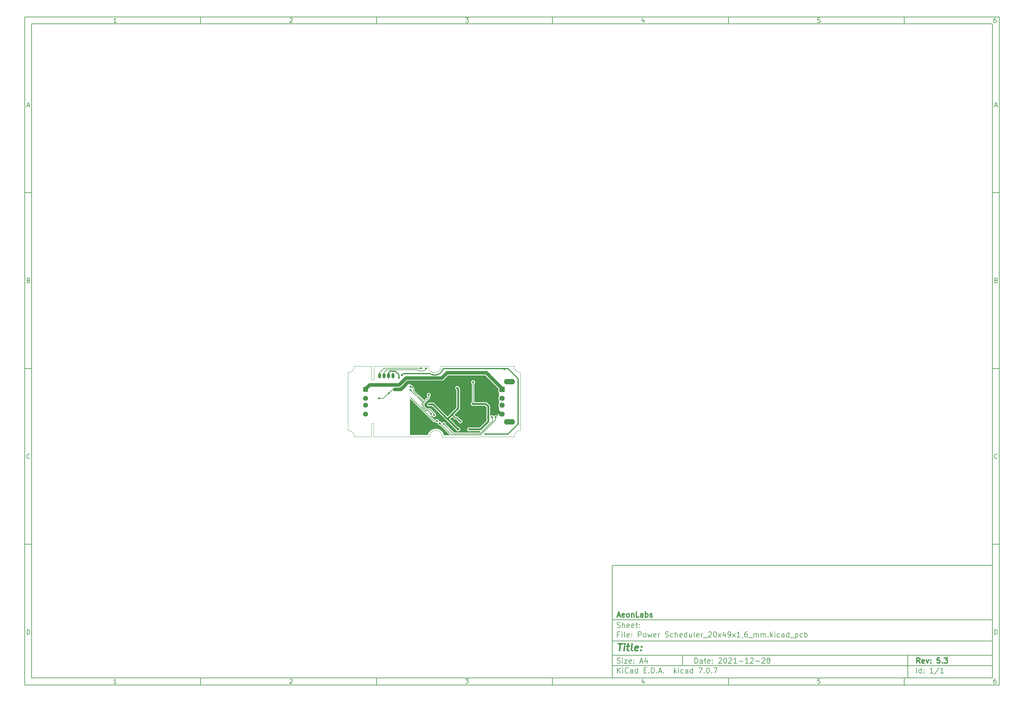
<source format=gbr>
G04 #@! TF.GenerationSoftware,KiCad,Pcbnew,7.0.7*
G04 #@! TF.CreationDate,2023-09-06T15:28:22+02:00*
G04 #@! TF.ProjectId,Power Scheduler_20x49x1_6_mm,506f7765-7220-4536-9368-6564756c6572,5.3*
G04 #@! TF.SameCoordinates,Original*
G04 #@! TF.FileFunction,Copper,L2,Bot*
G04 #@! TF.FilePolarity,Positive*
%FSLAX46Y46*%
G04 Gerber Fmt 4.6, Leading zero omitted, Abs format (unit mm)*
G04 Created by KiCad (PCBNEW 7.0.7) date 2023-09-06 15:28:22*
%MOMM*%
%LPD*%
G01*
G04 APERTURE LIST*
%ADD10C,0.100000*%
%ADD11C,0.150000*%
%ADD12C,0.300000*%
%ADD13C,0.400000*%
G04 #@! TA.AperFunction,ComponentPad*
%ADD14R,1.428000X1.428000*%
G04 #@! TD*
G04 #@! TA.AperFunction,ComponentPad*
%ADD15C,1.428000*%
G04 #@! TD*
G04 #@! TA.AperFunction,ComponentPad*
%ADD16R,1.508000X1.508000*%
G04 #@! TD*
G04 #@! TA.AperFunction,ComponentPad*
%ADD17C,1.508000*%
G04 #@! TD*
G04 #@! TA.AperFunction,ComponentPad*
%ADD18O,3.150000X1.575000*%
G04 #@! TD*
G04 #@! TA.AperFunction,SMDPad,CuDef*
%ADD19O,0.800000X1.500000*%
G04 #@! TD*
G04 #@! TA.AperFunction,ViaPad*
%ADD20C,0.600000*%
G04 #@! TD*
G04 #@! TA.AperFunction,ViaPad*
%ADD21C,0.700000*%
G04 #@! TD*
G04 #@! TA.AperFunction,ViaPad*
%ADD22C,0.800000*%
G04 #@! TD*
G04 #@! TA.AperFunction,Conductor*
%ADD23C,0.300000*%
G04 #@! TD*
G04 #@! TA.AperFunction,Conductor*
%ADD24C,0.320000*%
G04 #@! TD*
G04 #@! TA.AperFunction,Conductor*
%ADD25C,0.150000*%
G04 #@! TD*
G04 #@! TA.AperFunction,Conductor*
%ADD26C,0.510000*%
G04 #@! TD*
G04 #@! TA.AperFunction,Conductor*
%ADD27C,0.250000*%
G04 #@! TD*
G04 #@! TA.AperFunction,Conductor*
%ADD28C,1.000000*%
G04 #@! TD*
G04 #@! TA.AperFunction,Conductor*
%ADD29C,0.400000*%
G04 #@! TD*
G04 #@! TA.AperFunction,Conductor*
%ADD30C,0.200000*%
G04 #@! TD*
G04 #@! TA.AperFunction,Profile*
%ADD31C,0.050000*%
G04 #@! TD*
G04 APERTURE END LIST*
D10*
D11*
X177002200Y-166007200D02*
X285002200Y-166007200D01*
X285002200Y-198007200D01*
X177002200Y-198007200D01*
X177002200Y-166007200D01*
D10*
D11*
X10000000Y-10000000D02*
X287002200Y-10000000D01*
X287002200Y-200007200D01*
X10000000Y-200007200D01*
X10000000Y-10000000D01*
D10*
D11*
X12000000Y-12000000D02*
X285002200Y-12000000D01*
X285002200Y-198007200D01*
X12000000Y-198007200D01*
X12000000Y-12000000D01*
D10*
D11*
X60000000Y-12000000D02*
X60000000Y-10000000D01*
D10*
D11*
X110000000Y-12000000D02*
X110000000Y-10000000D01*
D10*
D11*
X160000000Y-12000000D02*
X160000000Y-10000000D01*
D10*
D11*
X210000000Y-12000000D02*
X210000000Y-10000000D01*
D10*
D11*
X260000000Y-12000000D02*
X260000000Y-10000000D01*
D10*
D11*
X36089160Y-11593604D02*
X35346303Y-11593604D01*
X35717731Y-11593604D02*
X35717731Y-10293604D01*
X35717731Y-10293604D02*
X35593922Y-10479319D01*
X35593922Y-10479319D02*
X35470112Y-10603128D01*
X35470112Y-10603128D02*
X35346303Y-10665033D01*
D10*
D11*
X85346303Y-10417414D02*
X85408207Y-10355509D01*
X85408207Y-10355509D02*
X85532017Y-10293604D01*
X85532017Y-10293604D02*
X85841541Y-10293604D01*
X85841541Y-10293604D02*
X85965350Y-10355509D01*
X85965350Y-10355509D02*
X86027255Y-10417414D01*
X86027255Y-10417414D02*
X86089160Y-10541223D01*
X86089160Y-10541223D02*
X86089160Y-10665033D01*
X86089160Y-10665033D02*
X86027255Y-10850747D01*
X86027255Y-10850747D02*
X85284398Y-11593604D01*
X85284398Y-11593604D02*
X86089160Y-11593604D01*
D10*
D11*
X135284398Y-10293604D02*
X136089160Y-10293604D01*
X136089160Y-10293604D02*
X135655826Y-10788842D01*
X135655826Y-10788842D02*
X135841541Y-10788842D01*
X135841541Y-10788842D02*
X135965350Y-10850747D01*
X135965350Y-10850747D02*
X136027255Y-10912652D01*
X136027255Y-10912652D02*
X136089160Y-11036461D01*
X136089160Y-11036461D02*
X136089160Y-11345985D01*
X136089160Y-11345985D02*
X136027255Y-11469795D01*
X136027255Y-11469795D02*
X135965350Y-11531700D01*
X135965350Y-11531700D02*
X135841541Y-11593604D01*
X135841541Y-11593604D02*
X135470112Y-11593604D01*
X135470112Y-11593604D02*
X135346303Y-11531700D01*
X135346303Y-11531700D02*
X135284398Y-11469795D01*
D10*
D11*
X185965350Y-10726938D02*
X185965350Y-11593604D01*
X185655826Y-10231700D02*
X185346303Y-11160271D01*
X185346303Y-11160271D02*
X186151064Y-11160271D01*
D10*
D11*
X236027255Y-10293604D02*
X235408207Y-10293604D01*
X235408207Y-10293604D02*
X235346303Y-10912652D01*
X235346303Y-10912652D02*
X235408207Y-10850747D01*
X235408207Y-10850747D02*
X235532017Y-10788842D01*
X235532017Y-10788842D02*
X235841541Y-10788842D01*
X235841541Y-10788842D02*
X235965350Y-10850747D01*
X235965350Y-10850747D02*
X236027255Y-10912652D01*
X236027255Y-10912652D02*
X236089160Y-11036461D01*
X236089160Y-11036461D02*
X236089160Y-11345985D01*
X236089160Y-11345985D02*
X236027255Y-11469795D01*
X236027255Y-11469795D02*
X235965350Y-11531700D01*
X235965350Y-11531700D02*
X235841541Y-11593604D01*
X235841541Y-11593604D02*
X235532017Y-11593604D01*
X235532017Y-11593604D02*
X235408207Y-11531700D01*
X235408207Y-11531700D02*
X235346303Y-11469795D01*
D10*
D11*
X285965350Y-10293604D02*
X285717731Y-10293604D01*
X285717731Y-10293604D02*
X285593922Y-10355509D01*
X285593922Y-10355509D02*
X285532017Y-10417414D01*
X285532017Y-10417414D02*
X285408207Y-10603128D01*
X285408207Y-10603128D02*
X285346303Y-10850747D01*
X285346303Y-10850747D02*
X285346303Y-11345985D01*
X285346303Y-11345985D02*
X285408207Y-11469795D01*
X285408207Y-11469795D02*
X285470112Y-11531700D01*
X285470112Y-11531700D02*
X285593922Y-11593604D01*
X285593922Y-11593604D02*
X285841541Y-11593604D01*
X285841541Y-11593604D02*
X285965350Y-11531700D01*
X285965350Y-11531700D02*
X286027255Y-11469795D01*
X286027255Y-11469795D02*
X286089160Y-11345985D01*
X286089160Y-11345985D02*
X286089160Y-11036461D01*
X286089160Y-11036461D02*
X286027255Y-10912652D01*
X286027255Y-10912652D02*
X285965350Y-10850747D01*
X285965350Y-10850747D02*
X285841541Y-10788842D01*
X285841541Y-10788842D02*
X285593922Y-10788842D01*
X285593922Y-10788842D02*
X285470112Y-10850747D01*
X285470112Y-10850747D02*
X285408207Y-10912652D01*
X285408207Y-10912652D02*
X285346303Y-11036461D01*
D10*
D11*
X60000000Y-198007200D02*
X60000000Y-200007200D01*
D10*
D11*
X110000000Y-198007200D02*
X110000000Y-200007200D01*
D10*
D11*
X160000000Y-198007200D02*
X160000000Y-200007200D01*
D10*
D11*
X210000000Y-198007200D02*
X210000000Y-200007200D01*
D10*
D11*
X260000000Y-198007200D02*
X260000000Y-200007200D01*
D10*
D11*
X36089160Y-199600804D02*
X35346303Y-199600804D01*
X35717731Y-199600804D02*
X35717731Y-198300804D01*
X35717731Y-198300804D02*
X35593922Y-198486519D01*
X35593922Y-198486519D02*
X35470112Y-198610328D01*
X35470112Y-198610328D02*
X35346303Y-198672233D01*
D10*
D11*
X85346303Y-198424614D02*
X85408207Y-198362709D01*
X85408207Y-198362709D02*
X85532017Y-198300804D01*
X85532017Y-198300804D02*
X85841541Y-198300804D01*
X85841541Y-198300804D02*
X85965350Y-198362709D01*
X85965350Y-198362709D02*
X86027255Y-198424614D01*
X86027255Y-198424614D02*
X86089160Y-198548423D01*
X86089160Y-198548423D02*
X86089160Y-198672233D01*
X86089160Y-198672233D02*
X86027255Y-198857947D01*
X86027255Y-198857947D02*
X85284398Y-199600804D01*
X85284398Y-199600804D02*
X86089160Y-199600804D01*
D10*
D11*
X135284398Y-198300804D02*
X136089160Y-198300804D01*
X136089160Y-198300804D02*
X135655826Y-198796042D01*
X135655826Y-198796042D02*
X135841541Y-198796042D01*
X135841541Y-198796042D02*
X135965350Y-198857947D01*
X135965350Y-198857947D02*
X136027255Y-198919852D01*
X136027255Y-198919852D02*
X136089160Y-199043661D01*
X136089160Y-199043661D02*
X136089160Y-199353185D01*
X136089160Y-199353185D02*
X136027255Y-199476995D01*
X136027255Y-199476995D02*
X135965350Y-199538900D01*
X135965350Y-199538900D02*
X135841541Y-199600804D01*
X135841541Y-199600804D02*
X135470112Y-199600804D01*
X135470112Y-199600804D02*
X135346303Y-199538900D01*
X135346303Y-199538900D02*
X135284398Y-199476995D01*
D10*
D11*
X185965350Y-198734138D02*
X185965350Y-199600804D01*
X185655826Y-198238900D02*
X185346303Y-199167471D01*
X185346303Y-199167471D02*
X186151064Y-199167471D01*
D10*
D11*
X236027255Y-198300804D02*
X235408207Y-198300804D01*
X235408207Y-198300804D02*
X235346303Y-198919852D01*
X235346303Y-198919852D02*
X235408207Y-198857947D01*
X235408207Y-198857947D02*
X235532017Y-198796042D01*
X235532017Y-198796042D02*
X235841541Y-198796042D01*
X235841541Y-198796042D02*
X235965350Y-198857947D01*
X235965350Y-198857947D02*
X236027255Y-198919852D01*
X236027255Y-198919852D02*
X236089160Y-199043661D01*
X236089160Y-199043661D02*
X236089160Y-199353185D01*
X236089160Y-199353185D02*
X236027255Y-199476995D01*
X236027255Y-199476995D02*
X235965350Y-199538900D01*
X235965350Y-199538900D02*
X235841541Y-199600804D01*
X235841541Y-199600804D02*
X235532017Y-199600804D01*
X235532017Y-199600804D02*
X235408207Y-199538900D01*
X235408207Y-199538900D02*
X235346303Y-199476995D01*
D10*
D11*
X285965350Y-198300804D02*
X285717731Y-198300804D01*
X285717731Y-198300804D02*
X285593922Y-198362709D01*
X285593922Y-198362709D02*
X285532017Y-198424614D01*
X285532017Y-198424614D02*
X285408207Y-198610328D01*
X285408207Y-198610328D02*
X285346303Y-198857947D01*
X285346303Y-198857947D02*
X285346303Y-199353185D01*
X285346303Y-199353185D02*
X285408207Y-199476995D01*
X285408207Y-199476995D02*
X285470112Y-199538900D01*
X285470112Y-199538900D02*
X285593922Y-199600804D01*
X285593922Y-199600804D02*
X285841541Y-199600804D01*
X285841541Y-199600804D02*
X285965350Y-199538900D01*
X285965350Y-199538900D02*
X286027255Y-199476995D01*
X286027255Y-199476995D02*
X286089160Y-199353185D01*
X286089160Y-199353185D02*
X286089160Y-199043661D01*
X286089160Y-199043661D02*
X286027255Y-198919852D01*
X286027255Y-198919852D02*
X285965350Y-198857947D01*
X285965350Y-198857947D02*
X285841541Y-198796042D01*
X285841541Y-198796042D02*
X285593922Y-198796042D01*
X285593922Y-198796042D02*
X285470112Y-198857947D01*
X285470112Y-198857947D02*
X285408207Y-198919852D01*
X285408207Y-198919852D02*
X285346303Y-199043661D01*
D10*
D11*
X10000000Y-60000000D02*
X12000000Y-60000000D01*
D10*
D11*
X10000000Y-110000000D02*
X12000000Y-110000000D01*
D10*
D11*
X10000000Y-160000000D02*
X12000000Y-160000000D01*
D10*
D11*
X10690476Y-35222176D02*
X11309523Y-35222176D01*
X10566666Y-35593604D02*
X10999999Y-34293604D01*
X10999999Y-34293604D02*
X11433333Y-35593604D01*
D10*
D11*
X11092857Y-84912652D02*
X11278571Y-84974557D01*
X11278571Y-84974557D02*
X11340476Y-85036461D01*
X11340476Y-85036461D02*
X11402380Y-85160271D01*
X11402380Y-85160271D02*
X11402380Y-85345985D01*
X11402380Y-85345985D02*
X11340476Y-85469795D01*
X11340476Y-85469795D02*
X11278571Y-85531700D01*
X11278571Y-85531700D02*
X11154761Y-85593604D01*
X11154761Y-85593604D02*
X10659523Y-85593604D01*
X10659523Y-85593604D02*
X10659523Y-84293604D01*
X10659523Y-84293604D02*
X11092857Y-84293604D01*
X11092857Y-84293604D02*
X11216666Y-84355509D01*
X11216666Y-84355509D02*
X11278571Y-84417414D01*
X11278571Y-84417414D02*
X11340476Y-84541223D01*
X11340476Y-84541223D02*
X11340476Y-84665033D01*
X11340476Y-84665033D02*
X11278571Y-84788842D01*
X11278571Y-84788842D02*
X11216666Y-84850747D01*
X11216666Y-84850747D02*
X11092857Y-84912652D01*
X11092857Y-84912652D02*
X10659523Y-84912652D01*
D10*
D11*
X11402380Y-135469795D02*
X11340476Y-135531700D01*
X11340476Y-135531700D02*
X11154761Y-135593604D01*
X11154761Y-135593604D02*
X11030952Y-135593604D01*
X11030952Y-135593604D02*
X10845238Y-135531700D01*
X10845238Y-135531700D02*
X10721428Y-135407890D01*
X10721428Y-135407890D02*
X10659523Y-135284080D01*
X10659523Y-135284080D02*
X10597619Y-135036461D01*
X10597619Y-135036461D02*
X10597619Y-134850747D01*
X10597619Y-134850747D02*
X10659523Y-134603128D01*
X10659523Y-134603128D02*
X10721428Y-134479319D01*
X10721428Y-134479319D02*
X10845238Y-134355509D01*
X10845238Y-134355509D02*
X11030952Y-134293604D01*
X11030952Y-134293604D02*
X11154761Y-134293604D01*
X11154761Y-134293604D02*
X11340476Y-134355509D01*
X11340476Y-134355509D02*
X11402380Y-134417414D01*
D10*
D11*
X10659523Y-185593604D02*
X10659523Y-184293604D01*
X10659523Y-184293604D02*
X10969047Y-184293604D01*
X10969047Y-184293604D02*
X11154761Y-184355509D01*
X11154761Y-184355509D02*
X11278571Y-184479319D01*
X11278571Y-184479319D02*
X11340476Y-184603128D01*
X11340476Y-184603128D02*
X11402380Y-184850747D01*
X11402380Y-184850747D02*
X11402380Y-185036461D01*
X11402380Y-185036461D02*
X11340476Y-185284080D01*
X11340476Y-185284080D02*
X11278571Y-185407890D01*
X11278571Y-185407890D02*
X11154761Y-185531700D01*
X11154761Y-185531700D02*
X10969047Y-185593604D01*
X10969047Y-185593604D02*
X10659523Y-185593604D01*
D10*
D11*
X287002200Y-60000000D02*
X285002200Y-60000000D01*
D10*
D11*
X287002200Y-110000000D02*
X285002200Y-110000000D01*
D10*
D11*
X287002200Y-160000000D02*
X285002200Y-160000000D01*
D10*
D11*
X285692676Y-35222176D02*
X286311723Y-35222176D01*
X285568866Y-35593604D02*
X286002199Y-34293604D01*
X286002199Y-34293604D02*
X286435533Y-35593604D01*
D10*
D11*
X286095057Y-84912652D02*
X286280771Y-84974557D01*
X286280771Y-84974557D02*
X286342676Y-85036461D01*
X286342676Y-85036461D02*
X286404580Y-85160271D01*
X286404580Y-85160271D02*
X286404580Y-85345985D01*
X286404580Y-85345985D02*
X286342676Y-85469795D01*
X286342676Y-85469795D02*
X286280771Y-85531700D01*
X286280771Y-85531700D02*
X286156961Y-85593604D01*
X286156961Y-85593604D02*
X285661723Y-85593604D01*
X285661723Y-85593604D02*
X285661723Y-84293604D01*
X285661723Y-84293604D02*
X286095057Y-84293604D01*
X286095057Y-84293604D02*
X286218866Y-84355509D01*
X286218866Y-84355509D02*
X286280771Y-84417414D01*
X286280771Y-84417414D02*
X286342676Y-84541223D01*
X286342676Y-84541223D02*
X286342676Y-84665033D01*
X286342676Y-84665033D02*
X286280771Y-84788842D01*
X286280771Y-84788842D02*
X286218866Y-84850747D01*
X286218866Y-84850747D02*
X286095057Y-84912652D01*
X286095057Y-84912652D02*
X285661723Y-84912652D01*
D10*
D11*
X286404580Y-135469795D02*
X286342676Y-135531700D01*
X286342676Y-135531700D02*
X286156961Y-135593604D01*
X286156961Y-135593604D02*
X286033152Y-135593604D01*
X286033152Y-135593604D02*
X285847438Y-135531700D01*
X285847438Y-135531700D02*
X285723628Y-135407890D01*
X285723628Y-135407890D02*
X285661723Y-135284080D01*
X285661723Y-135284080D02*
X285599819Y-135036461D01*
X285599819Y-135036461D02*
X285599819Y-134850747D01*
X285599819Y-134850747D02*
X285661723Y-134603128D01*
X285661723Y-134603128D02*
X285723628Y-134479319D01*
X285723628Y-134479319D02*
X285847438Y-134355509D01*
X285847438Y-134355509D02*
X286033152Y-134293604D01*
X286033152Y-134293604D02*
X286156961Y-134293604D01*
X286156961Y-134293604D02*
X286342676Y-134355509D01*
X286342676Y-134355509D02*
X286404580Y-134417414D01*
D10*
D11*
X285661723Y-185593604D02*
X285661723Y-184293604D01*
X285661723Y-184293604D02*
X285971247Y-184293604D01*
X285971247Y-184293604D02*
X286156961Y-184355509D01*
X286156961Y-184355509D02*
X286280771Y-184479319D01*
X286280771Y-184479319D02*
X286342676Y-184603128D01*
X286342676Y-184603128D02*
X286404580Y-184850747D01*
X286404580Y-184850747D02*
X286404580Y-185036461D01*
X286404580Y-185036461D02*
X286342676Y-185284080D01*
X286342676Y-185284080D02*
X286280771Y-185407890D01*
X286280771Y-185407890D02*
X286156961Y-185531700D01*
X286156961Y-185531700D02*
X285971247Y-185593604D01*
X285971247Y-185593604D02*
X285661723Y-185593604D01*
D10*
D11*
X200458026Y-193793328D02*
X200458026Y-192293328D01*
X200458026Y-192293328D02*
X200815169Y-192293328D01*
X200815169Y-192293328D02*
X201029455Y-192364757D01*
X201029455Y-192364757D02*
X201172312Y-192507614D01*
X201172312Y-192507614D02*
X201243741Y-192650471D01*
X201243741Y-192650471D02*
X201315169Y-192936185D01*
X201315169Y-192936185D02*
X201315169Y-193150471D01*
X201315169Y-193150471D02*
X201243741Y-193436185D01*
X201243741Y-193436185D02*
X201172312Y-193579042D01*
X201172312Y-193579042D02*
X201029455Y-193721900D01*
X201029455Y-193721900D02*
X200815169Y-193793328D01*
X200815169Y-193793328D02*
X200458026Y-193793328D01*
X202600884Y-193793328D02*
X202600884Y-193007614D01*
X202600884Y-193007614D02*
X202529455Y-192864757D01*
X202529455Y-192864757D02*
X202386598Y-192793328D01*
X202386598Y-192793328D02*
X202100884Y-192793328D01*
X202100884Y-192793328D02*
X201958026Y-192864757D01*
X202600884Y-193721900D02*
X202458026Y-193793328D01*
X202458026Y-193793328D02*
X202100884Y-193793328D01*
X202100884Y-193793328D02*
X201958026Y-193721900D01*
X201958026Y-193721900D02*
X201886598Y-193579042D01*
X201886598Y-193579042D02*
X201886598Y-193436185D01*
X201886598Y-193436185D02*
X201958026Y-193293328D01*
X201958026Y-193293328D02*
X202100884Y-193221900D01*
X202100884Y-193221900D02*
X202458026Y-193221900D01*
X202458026Y-193221900D02*
X202600884Y-193150471D01*
X203100884Y-192793328D02*
X203672312Y-192793328D01*
X203315169Y-192293328D02*
X203315169Y-193579042D01*
X203315169Y-193579042D02*
X203386598Y-193721900D01*
X203386598Y-193721900D02*
X203529455Y-193793328D01*
X203529455Y-193793328D02*
X203672312Y-193793328D01*
X204743741Y-193721900D02*
X204600884Y-193793328D01*
X204600884Y-193793328D02*
X204315170Y-193793328D01*
X204315170Y-193793328D02*
X204172312Y-193721900D01*
X204172312Y-193721900D02*
X204100884Y-193579042D01*
X204100884Y-193579042D02*
X204100884Y-193007614D01*
X204100884Y-193007614D02*
X204172312Y-192864757D01*
X204172312Y-192864757D02*
X204315170Y-192793328D01*
X204315170Y-192793328D02*
X204600884Y-192793328D01*
X204600884Y-192793328D02*
X204743741Y-192864757D01*
X204743741Y-192864757D02*
X204815170Y-193007614D01*
X204815170Y-193007614D02*
X204815170Y-193150471D01*
X204815170Y-193150471D02*
X204100884Y-193293328D01*
X205458026Y-193650471D02*
X205529455Y-193721900D01*
X205529455Y-193721900D02*
X205458026Y-193793328D01*
X205458026Y-193793328D02*
X205386598Y-193721900D01*
X205386598Y-193721900D02*
X205458026Y-193650471D01*
X205458026Y-193650471D02*
X205458026Y-193793328D01*
X205458026Y-192864757D02*
X205529455Y-192936185D01*
X205529455Y-192936185D02*
X205458026Y-193007614D01*
X205458026Y-193007614D02*
X205386598Y-192936185D01*
X205386598Y-192936185D02*
X205458026Y-192864757D01*
X205458026Y-192864757D02*
X205458026Y-193007614D01*
X207243741Y-192436185D02*
X207315169Y-192364757D01*
X207315169Y-192364757D02*
X207458027Y-192293328D01*
X207458027Y-192293328D02*
X207815169Y-192293328D01*
X207815169Y-192293328D02*
X207958027Y-192364757D01*
X207958027Y-192364757D02*
X208029455Y-192436185D01*
X208029455Y-192436185D02*
X208100884Y-192579042D01*
X208100884Y-192579042D02*
X208100884Y-192721900D01*
X208100884Y-192721900D02*
X208029455Y-192936185D01*
X208029455Y-192936185D02*
X207172312Y-193793328D01*
X207172312Y-193793328D02*
X208100884Y-193793328D01*
X209029455Y-192293328D02*
X209172312Y-192293328D01*
X209172312Y-192293328D02*
X209315169Y-192364757D01*
X209315169Y-192364757D02*
X209386598Y-192436185D01*
X209386598Y-192436185D02*
X209458026Y-192579042D01*
X209458026Y-192579042D02*
X209529455Y-192864757D01*
X209529455Y-192864757D02*
X209529455Y-193221900D01*
X209529455Y-193221900D02*
X209458026Y-193507614D01*
X209458026Y-193507614D02*
X209386598Y-193650471D01*
X209386598Y-193650471D02*
X209315169Y-193721900D01*
X209315169Y-193721900D02*
X209172312Y-193793328D01*
X209172312Y-193793328D02*
X209029455Y-193793328D01*
X209029455Y-193793328D02*
X208886598Y-193721900D01*
X208886598Y-193721900D02*
X208815169Y-193650471D01*
X208815169Y-193650471D02*
X208743740Y-193507614D01*
X208743740Y-193507614D02*
X208672312Y-193221900D01*
X208672312Y-193221900D02*
X208672312Y-192864757D01*
X208672312Y-192864757D02*
X208743740Y-192579042D01*
X208743740Y-192579042D02*
X208815169Y-192436185D01*
X208815169Y-192436185D02*
X208886598Y-192364757D01*
X208886598Y-192364757D02*
X209029455Y-192293328D01*
X210100883Y-192436185D02*
X210172311Y-192364757D01*
X210172311Y-192364757D02*
X210315169Y-192293328D01*
X210315169Y-192293328D02*
X210672311Y-192293328D01*
X210672311Y-192293328D02*
X210815169Y-192364757D01*
X210815169Y-192364757D02*
X210886597Y-192436185D01*
X210886597Y-192436185D02*
X210958026Y-192579042D01*
X210958026Y-192579042D02*
X210958026Y-192721900D01*
X210958026Y-192721900D02*
X210886597Y-192936185D01*
X210886597Y-192936185D02*
X210029454Y-193793328D01*
X210029454Y-193793328D02*
X210958026Y-193793328D01*
X212386597Y-193793328D02*
X211529454Y-193793328D01*
X211958025Y-193793328D02*
X211958025Y-192293328D01*
X211958025Y-192293328D02*
X211815168Y-192507614D01*
X211815168Y-192507614D02*
X211672311Y-192650471D01*
X211672311Y-192650471D02*
X211529454Y-192721900D01*
X213029453Y-193221900D02*
X214172311Y-193221900D01*
X215672311Y-193793328D02*
X214815168Y-193793328D01*
X215243739Y-193793328D02*
X215243739Y-192293328D01*
X215243739Y-192293328D02*
X215100882Y-192507614D01*
X215100882Y-192507614D02*
X214958025Y-192650471D01*
X214958025Y-192650471D02*
X214815168Y-192721900D01*
X216243739Y-192436185D02*
X216315167Y-192364757D01*
X216315167Y-192364757D02*
X216458025Y-192293328D01*
X216458025Y-192293328D02*
X216815167Y-192293328D01*
X216815167Y-192293328D02*
X216958025Y-192364757D01*
X216958025Y-192364757D02*
X217029453Y-192436185D01*
X217029453Y-192436185D02*
X217100882Y-192579042D01*
X217100882Y-192579042D02*
X217100882Y-192721900D01*
X217100882Y-192721900D02*
X217029453Y-192936185D01*
X217029453Y-192936185D02*
X216172310Y-193793328D01*
X216172310Y-193793328D02*
X217100882Y-193793328D01*
X217743738Y-193221900D02*
X218886596Y-193221900D01*
X219529453Y-192436185D02*
X219600881Y-192364757D01*
X219600881Y-192364757D02*
X219743739Y-192293328D01*
X219743739Y-192293328D02*
X220100881Y-192293328D01*
X220100881Y-192293328D02*
X220243739Y-192364757D01*
X220243739Y-192364757D02*
X220315167Y-192436185D01*
X220315167Y-192436185D02*
X220386596Y-192579042D01*
X220386596Y-192579042D02*
X220386596Y-192721900D01*
X220386596Y-192721900D02*
X220315167Y-192936185D01*
X220315167Y-192936185D02*
X219458024Y-193793328D01*
X219458024Y-193793328D02*
X220386596Y-193793328D01*
X221243738Y-192936185D02*
X221100881Y-192864757D01*
X221100881Y-192864757D02*
X221029452Y-192793328D01*
X221029452Y-192793328D02*
X220958024Y-192650471D01*
X220958024Y-192650471D02*
X220958024Y-192579042D01*
X220958024Y-192579042D02*
X221029452Y-192436185D01*
X221029452Y-192436185D02*
X221100881Y-192364757D01*
X221100881Y-192364757D02*
X221243738Y-192293328D01*
X221243738Y-192293328D02*
X221529452Y-192293328D01*
X221529452Y-192293328D02*
X221672310Y-192364757D01*
X221672310Y-192364757D02*
X221743738Y-192436185D01*
X221743738Y-192436185D02*
X221815167Y-192579042D01*
X221815167Y-192579042D02*
X221815167Y-192650471D01*
X221815167Y-192650471D02*
X221743738Y-192793328D01*
X221743738Y-192793328D02*
X221672310Y-192864757D01*
X221672310Y-192864757D02*
X221529452Y-192936185D01*
X221529452Y-192936185D02*
X221243738Y-192936185D01*
X221243738Y-192936185D02*
X221100881Y-193007614D01*
X221100881Y-193007614D02*
X221029452Y-193079042D01*
X221029452Y-193079042D02*
X220958024Y-193221900D01*
X220958024Y-193221900D02*
X220958024Y-193507614D01*
X220958024Y-193507614D02*
X221029452Y-193650471D01*
X221029452Y-193650471D02*
X221100881Y-193721900D01*
X221100881Y-193721900D02*
X221243738Y-193793328D01*
X221243738Y-193793328D02*
X221529452Y-193793328D01*
X221529452Y-193793328D02*
X221672310Y-193721900D01*
X221672310Y-193721900D02*
X221743738Y-193650471D01*
X221743738Y-193650471D02*
X221815167Y-193507614D01*
X221815167Y-193507614D02*
X221815167Y-193221900D01*
X221815167Y-193221900D02*
X221743738Y-193079042D01*
X221743738Y-193079042D02*
X221672310Y-193007614D01*
X221672310Y-193007614D02*
X221529452Y-192936185D01*
D10*
D11*
X177002200Y-194507200D02*
X285002200Y-194507200D01*
D10*
D11*
X178458026Y-196593328D02*
X178458026Y-195093328D01*
X179315169Y-196593328D02*
X178672312Y-195736185D01*
X179315169Y-195093328D02*
X178458026Y-195950471D01*
X179958026Y-196593328D02*
X179958026Y-195593328D01*
X179958026Y-195093328D02*
X179886598Y-195164757D01*
X179886598Y-195164757D02*
X179958026Y-195236185D01*
X179958026Y-195236185D02*
X180029455Y-195164757D01*
X180029455Y-195164757D02*
X179958026Y-195093328D01*
X179958026Y-195093328D02*
X179958026Y-195236185D01*
X181529455Y-196450471D02*
X181458027Y-196521900D01*
X181458027Y-196521900D02*
X181243741Y-196593328D01*
X181243741Y-196593328D02*
X181100884Y-196593328D01*
X181100884Y-196593328D02*
X180886598Y-196521900D01*
X180886598Y-196521900D02*
X180743741Y-196379042D01*
X180743741Y-196379042D02*
X180672312Y-196236185D01*
X180672312Y-196236185D02*
X180600884Y-195950471D01*
X180600884Y-195950471D02*
X180600884Y-195736185D01*
X180600884Y-195736185D02*
X180672312Y-195450471D01*
X180672312Y-195450471D02*
X180743741Y-195307614D01*
X180743741Y-195307614D02*
X180886598Y-195164757D01*
X180886598Y-195164757D02*
X181100884Y-195093328D01*
X181100884Y-195093328D02*
X181243741Y-195093328D01*
X181243741Y-195093328D02*
X181458027Y-195164757D01*
X181458027Y-195164757D02*
X181529455Y-195236185D01*
X182815170Y-196593328D02*
X182815170Y-195807614D01*
X182815170Y-195807614D02*
X182743741Y-195664757D01*
X182743741Y-195664757D02*
X182600884Y-195593328D01*
X182600884Y-195593328D02*
X182315170Y-195593328D01*
X182315170Y-195593328D02*
X182172312Y-195664757D01*
X182815170Y-196521900D02*
X182672312Y-196593328D01*
X182672312Y-196593328D02*
X182315170Y-196593328D01*
X182315170Y-196593328D02*
X182172312Y-196521900D01*
X182172312Y-196521900D02*
X182100884Y-196379042D01*
X182100884Y-196379042D02*
X182100884Y-196236185D01*
X182100884Y-196236185D02*
X182172312Y-196093328D01*
X182172312Y-196093328D02*
X182315170Y-196021900D01*
X182315170Y-196021900D02*
X182672312Y-196021900D01*
X182672312Y-196021900D02*
X182815170Y-195950471D01*
X184172313Y-196593328D02*
X184172313Y-195093328D01*
X184172313Y-196521900D02*
X184029455Y-196593328D01*
X184029455Y-196593328D02*
X183743741Y-196593328D01*
X183743741Y-196593328D02*
X183600884Y-196521900D01*
X183600884Y-196521900D02*
X183529455Y-196450471D01*
X183529455Y-196450471D02*
X183458027Y-196307614D01*
X183458027Y-196307614D02*
X183458027Y-195879042D01*
X183458027Y-195879042D02*
X183529455Y-195736185D01*
X183529455Y-195736185D02*
X183600884Y-195664757D01*
X183600884Y-195664757D02*
X183743741Y-195593328D01*
X183743741Y-195593328D02*
X184029455Y-195593328D01*
X184029455Y-195593328D02*
X184172313Y-195664757D01*
X186029455Y-195807614D02*
X186529455Y-195807614D01*
X186743741Y-196593328D02*
X186029455Y-196593328D01*
X186029455Y-196593328D02*
X186029455Y-195093328D01*
X186029455Y-195093328D02*
X186743741Y-195093328D01*
X187386598Y-196450471D02*
X187458027Y-196521900D01*
X187458027Y-196521900D02*
X187386598Y-196593328D01*
X187386598Y-196593328D02*
X187315170Y-196521900D01*
X187315170Y-196521900D02*
X187386598Y-196450471D01*
X187386598Y-196450471D02*
X187386598Y-196593328D01*
X188100884Y-196593328D02*
X188100884Y-195093328D01*
X188100884Y-195093328D02*
X188458027Y-195093328D01*
X188458027Y-195093328D02*
X188672313Y-195164757D01*
X188672313Y-195164757D02*
X188815170Y-195307614D01*
X188815170Y-195307614D02*
X188886599Y-195450471D01*
X188886599Y-195450471D02*
X188958027Y-195736185D01*
X188958027Y-195736185D02*
X188958027Y-195950471D01*
X188958027Y-195950471D02*
X188886599Y-196236185D01*
X188886599Y-196236185D02*
X188815170Y-196379042D01*
X188815170Y-196379042D02*
X188672313Y-196521900D01*
X188672313Y-196521900D02*
X188458027Y-196593328D01*
X188458027Y-196593328D02*
X188100884Y-196593328D01*
X189600884Y-196450471D02*
X189672313Y-196521900D01*
X189672313Y-196521900D02*
X189600884Y-196593328D01*
X189600884Y-196593328D02*
X189529456Y-196521900D01*
X189529456Y-196521900D02*
X189600884Y-196450471D01*
X189600884Y-196450471D02*
X189600884Y-196593328D01*
X190243742Y-196164757D02*
X190958028Y-196164757D01*
X190100885Y-196593328D02*
X190600885Y-195093328D01*
X190600885Y-195093328D02*
X191100885Y-196593328D01*
X191600884Y-196450471D02*
X191672313Y-196521900D01*
X191672313Y-196521900D02*
X191600884Y-196593328D01*
X191600884Y-196593328D02*
X191529456Y-196521900D01*
X191529456Y-196521900D02*
X191600884Y-196450471D01*
X191600884Y-196450471D02*
X191600884Y-196593328D01*
X194600884Y-196593328D02*
X194600884Y-195093328D01*
X194743742Y-196021900D02*
X195172313Y-196593328D01*
X195172313Y-195593328D02*
X194600884Y-196164757D01*
X195815170Y-196593328D02*
X195815170Y-195593328D01*
X195815170Y-195093328D02*
X195743742Y-195164757D01*
X195743742Y-195164757D02*
X195815170Y-195236185D01*
X195815170Y-195236185D02*
X195886599Y-195164757D01*
X195886599Y-195164757D02*
X195815170Y-195093328D01*
X195815170Y-195093328D02*
X195815170Y-195236185D01*
X197172314Y-196521900D02*
X197029456Y-196593328D01*
X197029456Y-196593328D02*
X196743742Y-196593328D01*
X196743742Y-196593328D02*
X196600885Y-196521900D01*
X196600885Y-196521900D02*
X196529456Y-196450471D01*
X196529456Y-196450471D02*
X196458028Y-196307614D01*
X196458028Y-196307614D02*
X196458028Y-195879042D01*
X196458028Y-195879042D02*
X196529456Y-195736185D01*
X196529456Y-195736185D02*
X196600885Y-195664757D01*
X196600885Y-195664757D02*
X196743742Y-195593328D01*
X196743742Y-195593328D02*
X197029456Y-195593328D01*
X197029456Y-195593328D02*
X197172314Y-195664757D01*
X198458028Y-196593328D02*
X198458028Y-195807614D01*
X198458028Y-195807614D02*
X198386599Y-195664757D01*
X198386599Y-195664757D02*
X198243742Y-195593328D01*
X198243742Y-195593328D02*
X197958028Y-195593328D01*
X197958028Y-195593328D02*
X197815170Y-195664757D01*
X198458028Y-196521900D02*
X198315170Y-196593328D01*
X198315170Y-196593328D02*
X197958028Y-196593328D01*
X197958028Y-196593328D02*
X197815170Y-196521900D01*
X197815170Y-196521900D02*
X197743742Y-196379042D01*
X197743742Y-196379042D02*
X197743742Y-196236185D01*
X197743742Y-196236185D02*
X197815170Y-196093328D01*
X197815170Y-196093328D02*
X197958028Y-196021900D01*
X197958028Y-196021900D02*
X198315170Y-196021900D01*
X198315170Y-196021900D02*
X198458028Y-195950471D01*
X199815171Y-196593328D02*
X199815171Y-195093328D01*
X199815171Y-196521900D02*
X199672313Y-196593328D01*
X199672313Y-196593328D02*
X199386599Y-196593328D01*
X199386599Y-196593328D02*
X199243742Y-196521900D01*
X199243742Y-196521900D02*
X199172313Y-196450471D01*
X199172313Y-196450471D02*
X199100885Y-196307614D01*
X199100885Y-196307614D02*
X199100885Y-195879042D01*
X199100885Y-195879042D02*
X199172313Y-195736185D01*
X199172313Y-195736185D02*
X199243742Y-195664757D01*
X199243742Y-195664757D02*
X199386599Y-195593328D01*
X199386599Y-195593328D02*
X199672313Y-195593328D01*
X199672313Y-195593328D02*
X199815171Y-195664757D01*
X201529456Y-195093328D02*
X202529456Y-195093328D01*
X202529456Y-195093328D02*
X201886599Y-196593328D01*
X203100884Y-196450471D02*
X203172313Y-196521900D01*
X203172313Y-196521900D02*
X203100884Y-196593328D01*
X203100884Y-196593328D02*
X203029456Y-196521900D01*
X203029456Y-196521900D02*
X203100884Y-196450471D01*
X203100884Y-196450471D02*
X203100884Y-196593328D01*
X204100885Y-195093328D02*
X204243742Y-195093328D01*
X204243742Y-195093328D02*
X204386599Y-195164757D01*
X204386599Y-195164757D02*
X204458028Y-195236185D01*
X204458028Y-195236185D02*
X204529456Y-195379042D01*
X204529456Y-195379042D02*
X204600885Y-195664757D01*
X204600885Y-195664757D02*
X204600885Y-196021900D01*
X204600885Y-196021900D02*
X204529456Y-196307614D01*
X204529456Y-196307614D02*
X204458028Y-196450471D01*
X204458028Y-196450471D02*
X204386599Y-196521900D01*
X204386599Y-196521900D02*
X204243742Y-196593328D01*
X204243742Y-196593328D02*
X204100885Y-196593328D01*
X204100885Y-196593328D02*
X203958028Y-196521900D01*
X203958028Y-196521900D02*
X203886599Y-196450471D01*
X203886599Y-196450471D02*
X203815170Y-196307614D01*
X203815170Y-196307614D02*
X203743742Y-196021900D01*
X203743742Y-196021900D02*
X203743742Y-195664757D01*
X203743742Y-195664757D02*
X203815170Y-195379042D01*
X203815170Y-195379042D02*
X203886599Y-195236185D01*
X203886599Y-195236185D02*
X203958028Y-195164757D01*
X203958028Y-195164757D02*
X204100885Y-195093328D01*
X205243741Y-196450471D02*
X205315170Y-196521900D01*
X205315170Y-196521900D02*
X205243741Y-196593328D01*
X205243741Y-196593328D02*
X205172313Y-196521900D01*
X205172313Y-196521900D02*
X205243741Y-196450471D01*
X205243741Y-196450471D02*
X205243741Y-196593328D01*
X205815170Y-195093328D02*
X206815170Y-195093328D01*
X206815170Y-195093328D02*
X206172313Y-196593328D01*
D10*
D11*
X177002200Y-191507200D02*
X285002200Y-191507200D01*
D10*
D12*
X264413853Y-193785528D02*
X263913853Y-193071242D01*
X263556710Y-193785528D02*
X263556710Y-192285528D01*
X263556710Y-192285528D02*
X264128139Y-192285528D01*
X264128139Y-192285528D02*
X264270996Y-192356957D01*
X264270996Y-192356957D02*
X264342425Y-192428385D01*
X264342425Y-192428385D02*
X264413853Y-192571242D01*
X264413853Y-192571242D02*
X264413853Y-192785528D01*
X264413853Y-192785528D02*
X264342425Y-192928385D01*
X264342425Y-192928385D02*
X264270996Y-192999814D01*
X264270996Y-192999814D02*
X264128139Y-193071242D01*
X264128139Y-193071242D02*
X263556710Y-193071242D01*
X265628139Y-193714100D02*
X265485282Y-193785528D01*
X265485282Y-193785528D02*
X265199568Y-193785528D01*
X265199568Y-193785528D02*
X265056710Y-193714100D01*
X265056710Y-193714100D02*
X264985282Y-193571242D01*
X264985282Y-193571242D02*
X264985282Y-192999814D01*
X264985282Y-192999814D02*
X265056710Y-192856957D01*
X265056710Y-192856957D02*
X265199568Y-192785528D01*
X265199568Y-192785528D02*
X265485282Y-192785528D01*
X265485282Y-192785528D02*
X265628139Y-192856957D01*
X265628139Y-192856957D02*
X265699568Y-192999814D01*
X265699568Y-192999814D02*
X265699568Y-193142671D01*
X265699568Y-193142671D02*
X264985282Y-193285528D01*
X266199567Y-192785528D02*
X266556710Y-193785528D01*
X266556710Y-193785528D02*
X266913853Y-192785528D01*
X267485281Y-193642671D02*
X267556710Y-193714100D01*
X267556710Y-193714100D02*
X267485281Y-193785528D01*
X267485281Y-193785528D02*
X267413853Y-193714100D01*
X267413853Y-193714100D02*
X267485281Y-193642671D01*
X267485281Y-193642671D02*
X267485281Y-193785528D01*
X267485281Y-192856957D02*
X267556710Y-192928385D01*
X267556710Y-192928385D02*
X267485281Y-192999814D01*
X267485281Y-192999814D02*
X267413853Y-192928385D01*
X267413853Y-192928385D02*
X267485281Y-192856957D01*
X267485281Y-192856957D02*
X267485281Y-192999814D01*
X270056710Y-192285528D02*
X269342424Y-192285528D01*
X269342424Y-192285528D02*
X269270996Y-192999814D01*
X269270996Y-192999814D02*
X269342424Y-192928385D01*
X269342424Y-192928385D02*
X269485282Y-192856957D01*
X269485282Y-192856957D02*
X269842424Y-192856957D01*
X269842424Y-192856957D02*
X269985282Y-192928385D01*
X269985282Y-192928385D02*
X270056710Y-192999814D01*
X270056710Y-192999814D02*
X270128139Y-193142671D01*
X270128139Y-193142671D02*
X270128139Y-193499814D01*
X270128139Y-193499814D02*
X270056710Y-193642671D01*
X270056710Y-193642671D02*
X269985282Y-193714100D01*
X269985282Y-193714100D02*
X269842424Y-193785528D01*
X269842424Y-193785528D02*
X269485282Y-193785528D01*
X269485282Y-193785528D02*
X269342424Y-193714100D01*
X269342424Y-193714100D02*
X269270996Y-193642671D01*
X270770995Y-193642671D02*
X270842424Y-193714100D01*
X270842424Y-193714100D02*
X270770995Y-193785528D01*
X270770995Y-193785528D02*
X270699567Y-193714100D01*
X270699567Y-193714100D02*
X270770995Y-193642671D01*
X270770995Y-193642671D02*
X270770995Y-193785528D01*
X271342424Y-192285528D02*
X272270996Y-192285528D01*
X272270996Y-192285528D02*
X271770996Y-192856957D01*
X271770996Y-192856957D02*
X271985281Y-192856957D01*
X271985281Y-192856957D02*
X272128139Y-192928385D01*
X272128139Y-192928385D02*
X272199567Y-192999814D01*
X272199567Y-192999814D02*
X272270996Y-193142671D01*
X272270996Y-193142671D02*
X272270996Y-193499814D01*
X272270996Y-193499814D02*
X272199567Y-193642671D01*
X272199567Y-193642671D02*
X272128139Y-193714100D01*
X272128139Y-193714100D02*
X271985281Y-193785528D01*
X271985281Y-193785528D02*
X271556710Y-193785528D01*
X271556710Y-193785528D02*
X271413853Y-193714100D01*
X271413853Y-193714100D02*
X271342424Y-193642671D01*
D10*
D11*
X178386598Y-193721900D02*
X178600884Y-193793328D01*
X178600884Y-193793328D02*
X178958026Y-193793328D01*
X178958026Y-193793328D02*
X179100884Y-193721900D01*
X179100884Y-193721900D02*
X179172312Y-193650471D01*
X179172312Y-193650471D02*
X179243741Y-193507614D01*
X179243741Y-193507614D02*
X179243741Y-193364757D01*
X179243741Y-193364757D02*
X179172312Y-193221900D01*
X179172312Y-193221900D02*
X179100884Y-193150471D01*
X179100884Y-193150471D02*
X178958026Y-193079042D01*
X178958026Y-193079042D02*
X178672312Y-193007614D01*
X178672312Y-193007614D02*
X178529455Y-192936185D01*
X178529455Y-192936185D02*
X178458026Y-192864757D01*
X178458026Y-192864757D02*
X178386598Y-192721900D01*
X178386598Y-192721900D02*
X178386598Y-192579042D01*
X178386598Y-192579042D02*
X178458026Y-192436185D01*
X178458026Y-192436185D02*
X178529455Y-192364757D01*
X178529455Y-192364757D02*
X178672312Y-192293328D01*
X178672312Y-192293328D02*
X179029455Y-192293328D01*
X179029455Y-192293328D02*
X179243741Y-192364757D01*
X179886597Y-193793328D02*
X179886597Y-192793328D01*
X179886597Y-192293328D02*
X179815169Y-192364757D01*
X179815169Y-192364757D02*
X179886597Y-192436185D01*
X179886597Y-192436185D02*
X179958026Y-192364757D01*
X179958026Y-192364757D02*
X179886597Y-192293328D01*
X179886597Y-192293328D02*
X179886597Y-192436185D01*
X180458026Y-192793328D02*
X181243741Y-192793328D01*
X181243741Y-192793328D02*
X180458026Y-193793328D01*
X180458026Y-193793328D02*
X181243741Y-193793328D01*
X182386598Y-193721900D02*
X182243741Y-193793328D01*
X182243741Y-193793328D02*
X181958027Y-193793328D01*
X181958027Y-193793328D02*
X181815169Y-193721900D01*
X181815169Y-193721900D02*
X181743741Y-193579042D01*
X181743741Y-193579042D02*
X181743741Y-193007614D01*
X181743741Y-193007614D02*
X181815169Y-192864757D01*
X181815169Y-192864757D02*
X181958027Y-192793328D01*
X181958027Y-192793328D02*
X182243741Y-192793328D01*
X182243741Y-192793328D02*
X182386598Y-192864757D01*
X182386598Y-192864757D02*
X182458027Y-193007614D01*
X182458027Y-193007614D02*
X182458027Y-193150471D01*
X182458027Y-193150471D02*
X181743741Y-193293328D01*
X183100883Y-193650471D02*
X183172312Y-193721900D01*
X183172312Y-193721900D02*
X183100883Y-193793328D01*
X183100883Y-193793328D02*
X183029455Y-193721900D01*
X183029455Y-193721900D02*
X183100883Y-193650471D01*
X183100883Y-193650471D02*
X183100883Y-193793328D01*
X183100883Y-192864757D02*
X183172312Y-192936185D01*
X183172312Y-192936185D02*
X183100883Y-193007614D01*
X183100883Y-193007614D02*
X183029455Y-192936185D01*
X183029455Y-192936185D02*
X183100883Y-192864757D01*
X183100883Y-192864757D02*
X183100883Y-193007614D01*
X184886598Y-193364757D02*
X185600884Y-193364757D01*
X184743741Y-193793328D02*
X185243741Y-192293328D01*
X185243741Y-192293328D02*
X185743741Y-193793328D01*
X186886598Y-192793328D02*
X186886598Y-193793328D01*
X186529455Y-192221900D02*
X186172312Y-193293328D01*
X186172312Y-193293328D02*
X187100883Y-193293328D01*
D10*
D11*
X263458026Y-196593328D02*
X263458026Y-195093328D01*
X264815170Y-196593328D02*
X264815170Y-195093328D01*
X264815170Y-196521900D02*
X264672312Y-196593328D01*
X264672312Y-196593328D02*
X264386598Y-196593328D01*
X264386598Y-196593328D02*
X264243741Y-196521900D01*
X264243741Y-196521900D02*
X264172312Y-196450471D01*
X264172312Y-196450471D02*
X264100884Y-196307614D01*
X264100884Y-196307614D02*
X264100884Y-195879042D01*
X264100884Y-195879042D02*
X264172312Y-195736185D01*
X264172312Y-195736185D02*
X264243741Y-195664757D01*
X264243741Y-195664757D02*
X264386598Y-195593328D01*
X264386598Y-195593328D02*
X264672312Y-195593328D01*
X264672312Y-195593328D02*
X264815170Y-195664757D01*
X265529455Y-196450471D02*
X265600884Y-196521900D01*
X265600884Y-196521900D02*
X265529455Y-196593328D01*
X265529455Y-196593328D02*
X265458027Y-196521900D01*
X265458027Y-196521900D02*
X265529455Y-196450471D01*
X265529455Y-196450471D02*
X265529455Y-196593328D01*
X265529455Y-195664757D02*
X265600884Y-195736185D01*
X265600884Y-195736185D02*
X265529455Y-195807614D01*
X265529455Y-195807614D02*
X265458027Y-195736185D01*
X265458027Y-195736185D02*
X265529455Y-195664757D01*
X265529455Y-195664757D02*
X265529455Y-195807614D01*
X268172313Y-196593328D02*
X267315170Y-196593328D01*
X267743741Y-196593328D02*
X267743741Y-195093328D01*
X267743741Y-195093328D02*
X267600884Y-195307614D01*
X267600884Y-195307614D02*
X267458027Y-195450471D01*
X267458027Y-195450471D02*
X267315170Y-195521900D01*
X269886598Y-195021900D02*
X268600884Y-196950471D01*
X271172313Y-196593328D02*
X270315170Y-196593328D01*
X270743741Y-196593328D02*
X270743741Y-195093328D01*
X270743741Y-195093328D02*
X270600884Y-195307614D01*
X270600884Y-195307614D02*
X270458027Y-195450471D01*
X270458027Y-195450471D02*
X270315170Y-195521900D01*
D10*
D11*
X177002200Y-187507200D02*
X285002200Y-187507200D01*
D10*
D13*
X178693928Y-188211638D02*
X179836785Y-188211638D01*
X179015357Y-190211638D02*
X179265357Y-188211638D01*
X180253452Y-190211638D02*
X180420119Y-188878304D01*
X180503452Y-188211638D02*
X180396309Y-188306876D01*
X180396309Y-188306876D02*
X180479643Y-188402114D01*
X180479643Y-188402114D02*
X180586786Y-188306876D01*
X180586786Y-188306876D02*
X180503452Y-188211638D01*
X180503452Y-188211638D02*
X180479643Y-188402114D01*
X181086786Y-188878304D02*
X181848690Y-188878304D01*
X181455833Y-188211638D02*
X181241548Y-189925923D01*
X181241548Y-189925923D02*
X181312976Y-190116400D01*
X181312976Y-190116400D02*
X181491548Y-190211638D01*
X181491548Y-190211638D02*
X181682024Y-190211638D01*
X182634405Y-190211638D02*
X182455833Y-190116400D01*
X182455833Y-190116400D02*
X182384405Y-189925923D01*
X182384405Y-189925923D02*
X182598690Y-188211638D01*
X184170119Y-190116400D02*
X183967738Y-190211638D01*
X183967738Y-190211638D02*
X183586785Y-190211638D01*
X183586785Y-190211638D02*
X183408214Y-190116400D01*
X183408214Y-190116400D02*
X183336785Y-189925923D01*
X183336785Y-189925923D02*
X183432024Y-189164019D01*
X183432024Y-189164019D02*
X183551071Y-188973542D01*
X183551071Y-188973542D02*
X183753452Y-188878304D01*
X183753452Y-188878304D02*
X184134404Y-188878304D01*
X184134404Y-188878304D02*
X184312976Y-188973542D01*
X184312976Y-188973542D02*
X184384404Y-189164019D01*
X184384404Y-189164019D02*
X184360595Y-189354495D01*
X184360595Y-189354495D02*
X183384404Y-189544971D01*
X185134405Y-190021161D02*
X185217738Y-190116400D01*
X185217738Y-190116400D02*
X185110595Y-190211638D01*
X185110595Y-190211638D02*
X185027262Y-190116400D01*
X185027262Y-190116400D02*
X185134405Y-190021161D01*
X185134405Y-190021161D02*
X185110595Y-190211638D01*
X185265357Y-188973542D02*
X185348690Y-189068780D01*
X185348690Y-189068780D02*
X185241548Y-189164019D01*
X185241548Y-189164019D02*
X185158214Y-189068780D01*
X185158214Y-189068780D02*
X185265357Y-188973542D01*
X185265357Y-188973542D02*
X185241548Y-189164019D01*
D10*
D11*
X178958026Y-185607614D02*
X178458026Y-185607614D01*
X178458026Y-186393328D02*
X178458026Y-184893328D01*
X178458026Y-184893328D02*
X179172312Y-184893328D01*
X179743740Y-186393328D02*
X179743740Y-185393328D01*
X179743740Y-184893328D02*
X179672312Y-184964757D01*
X179672312Y-184964757D02*
X179743740Y-185036185D01*
X179743740Y-185036185D02*
X179815169Y-184964757D01*
X179815169Y-184964757D02*
X179743740Y-184893328D01*
X179743740Y-184893328D02*
X179743740Y-185036185D01*
X180672312Y-186393328D02*
X180529455Y-186321900D01*
X180529455Y-186321900D02*
X180458026Y-186179042D01*
X180458026Y-186179042D02*
X180458026Y-184893328D01*
X181815169Y-186321900D02*
X181672312Y-186393328D01*
X181672312Y-186393328D02*
X181386598Y-186393328D01*
X181386598Y-186393328D02*
X181243740Y-186321900D01*
X181243740Y-186321900D02*
X181172312Y-186179042D01*
X181172312Y-186179042D02*
X181172312Y-185607614D01*
X181172312Y-185607614D02*
X181243740Y-185464757D01*
X181243740Y-185464757D02*
X181386598Y-185393328D01*
X181386598Y-185393328D02*
X181672312Y-185393328D01*
X181672312Y-185393328D02*
X181815169Y-185464757D01*
X181815169Y-185464757D02*
X181886598Y-185607614D01*
X181886598Y-185607614D02*
X181886598Y-185750471D01*
X181886598Y-185750471D02*
X181172312Y-185893328D01*
X182529454Y-186250471D02*
X182600883Y-186321900D01*
X182600883Y-186321900D02*
X182529454Y-186393328D01*
X182529454Y-186393328D02*
X182458026Y-186321900D01*
X182458026Y-186321900D02*
X182529454Y-186250471D01*
X182529454Y-186250471D02*
X182529454Y-186393328D01*
X182529454Y-185464757D02*
X182600883Y-185536185D01*
X182600883Y-185536185D02*
X182529454Y-185607614D01*
X182529454Y-185607614D02*
X182458026Y-185536185D01*
X182458026Y-185536185D02*
X182529454Y-185464757D01*
X182529454Y-185464757D02*
X182529454Y-185607614D01*
X184386597Y-186393328D02*
X184386597Y-184893328D01*
X184386597Y-184893328D02*
X184958026Y-184893328D01*
X184958026Y-184893328D02*
X185100883Y-184964757D01*
X185100883Y-184964757D02*
X185172312Y-185036185D01*
X185172312Y-185036185D02*
X185243740Y-185179042D01*
X185243740Y-185179042D02*
X185243740Y-185393328D01*
X185243740Y-185393328D02*
X185172312Y-185536185D01*
X185172312Y-185536185D02*
X185100883Y-185607614D01*
X185100883Y-185607614D02*
X184958026Y-185679042D01*
X184958026Y-185679042D02*
X184386597Y-185679042D01*
X186100883Y-186393328D02*
X185958026Y-186321900D01*
X185958026Y-186321900D02*
X185886597Y-186250471D01*
X185886597Y-186250471D02*
X185815169Y-186107614D01*
X185815169Y-186107614D02*
X185815169Y-185679042D01*
X185815169Y-185679042D02*
X185886597Y-185536185D01*
X185886597Y-185536185D02*
X185958026Y-185464757D01*
X185958026Y-185464757D02*
X186100883Y-185393328D01*
X186100883Y-185393328D02*
X186315169Y-185393328D01*
X186315169Y-185393328D02*
X186458026Y-185464757D01*
X186458026Y-185464757D02*
X186529455Y-185536185D01*
X186529455Y-185536185D02*
X186600883Y-185679042D01*
X186600883Y-185679042D02*
X186600883Y-186107614D01*
X186600883Y-186107614D02*
X186529455Y-186250471D01*
X186529455Y-186250471D02*
X186458026Y-186321900D01*
X186458026Y-186321900D02*
X186315169Y-186393328D01*
X186315169Y-186393328D02*
X186100883Y-186393328D01*
X187100883Y-185393328D02*
X187386598Y-186393328D01*
X187386598Y-186393328D02*
X187672312Y-185679042D01*
X187672312Y-185679042D02*
X187958026Y-186393328D01*
X187958026Y-186393328D02*
X188243740Y-185393328D01*
X189386598Y-186321900D02*
X189243741Y-186393328D01*
X189243741Y-186393328D02*
X188958027Y-186393328D01*
X188958027Y-186393328D02*
X188815169Y-186321900D01*
X188815169Y-186321900D02*
X188743741Y-186179042D01*
X188743741Y-186179042D02*
X188743741Y-185607614D01*
X188743741Y-185607614D02*
X188815169Y-185464757D01*
X188815169Y-185464757D02*
X188958027Y-185393328D01*
X188958027Y-185393328D02*
X189243741Y-185393328D01*
X189243741Y-185393328D02*
X189386598Y-185464757D01*
X189386598Y-185464757D02*
X189458027Y-185607614D01*
X189458027Y-185607614D02*
X189458027Y-185750471D01*
X189458027Y-185750471D02*
X188743741Y-185893328D01*
X190100883Y-186393328D02*
X190100883Y-185393328D01*
X190100883Y-185679042D02*
X190172312Y-185536185D01*
X190172312Y-185536185D02*
X190243741Y-185464757D01*
X190243741Y-185464757D02*
X190386598Y-185393328D01*
X190386598Y-185393328D02*
X190529455Y-185393328D01*
X192100883Y-186321900D02*
X192315169Y-186393328D01*
X192315169Y-186393328D02*
X192672311Y-186393328D01*
X192672311Y-186393328D02*
X192815169Y-186321900D01*
X192815169Y-186321900D02*
X192886597Y-186250471D01*
X192886597Y-186250471D02*
X192958026Y-186107614D01*
X192958026Y-186107614D02*
X192958026Y-185964757D01*
X192958026Y-185964757D02*
X192886597Y-185821900D01*
X192886597Y-185821900D02*
X192815169Y-185750471D01*
X192815169Y-185750471D02*
X192672311Y-185679042D01*
X192672311Y-185679042D02*
X192386597Y-185607614D01*
X192386597Y-185607614D02*
X192243740Y-185536185D01*
X192243740Y-185536185D02*
X192172311Y-185464757D01*
X192172311Y-185464757D02*
X192100883Y-185321900D01*
X192100883Y-185321900D02*
X192100883Y-185179042D01*
X192100883Y-185179042D02*
X192172311Y-185036185D01*
X192172311Y-185036185D02*
X192243740Y-184964757D01*
X192243740Y-184964757D02*
X192386597Y-184893328D01*
X192386597Y-184893328D02*
X192743740Y-184893328D01*
X192743740Y-184893328D02*
X192958026Y-184964757D01*
X194243740Y-186321900D02*
X194100882Y-186393328D01*
X194100882Y-186393328D02*
X193815168Y-186393328D01*
X193815168Y-186393328D02*
X193672311Y-186321900D01*
X193672311Y-186321900D02*
X193600882Y-186250471D01*
X193600882Y-186250471D02*
X193529454Y-186107614D01*
X193529454Y-186107614D02*
X193529454Y-185679042D01*
X193529454Y-185679042D02*
X193600882Y-185536185D01*
X193600882Y-185536185D02*
X193672311Y-185464757D01*
X193672311Y-185464757D02*
X193815168Y-185393328D01*
X193815168Y-185393328D02*
X194100882Y-185393328D01*
X194100882Y-185393328D02*
X194243740Y-185464757D01*
X194886596Y-186393328D02*
X194886596Y-184893328D01*
X195529454Y-186393328D02*
X195529454Y-185607614D01*
X195529454Y-185607614D02*
X195458025Y-185464757D01*
X195458025Y-185464757D02*
X195315168Y-185393328D01*
X195315168Y-185393328D02*
X195100882Y-185393328D01*
X195100882Y-185393328D02*
X194958025Y-185464757D01*
X194958025Y-185464757D02*
X194886596Y-185536185D01*
X196815168Y-186321900D02*
X196672311Y-186393328D01*
X196672311Y-186393328D02*
X196386597Y-186393328D01*
X196386597Y-186393328D02*
X196243739Y-186321900D01*
X196243739Y-186321900D02*
X196172311Y-186179042D01*
X196172311Y-186179042D02*
X196172311Y-185607614D01*
X196172311Y-185607614D02*
X196243739Y-185464757D01*
X196243739Y-185464757D02*
X196386597Y-185393328D01*
X196386597Y-185393328D02*
X196672311Y-185393328D01*
X196672311Y-185393328D02*
X196815168Y-185464757D01*
X196815168Y-185464757D02*
X196886597Y-185607614D01*
X196886597Y-185607614D02*
X196886597Y-185750471D01*
X196886597Y-185750471D02*
X196172311Y-185893328D01*
X198172311Y-186393328D02*
X198172311Y-184893328D01*
X198172311Y-186321900D02*
X198029453Y-186393328D01*
X198029453Y-186393328D02*
X197743739Y-186393328D01*
X197743739Y-186393328D02*
X197600882Y-186321900D01*
X197600882Y-186321900D02*
X197529453Y-186250471D01*
X197529453Y-186250471D02*
X197458025Y-186107614D01*
X197458025Y-186107614D02*
X197458025Y-185679042D01*
X197458025Y-185679042D02*
X197529453Y-185536185D01*
X197529453Y-185536185D02*
X197600882Y-185464757D01*
X197600882Y-185464757D02*
X197743739Y-185393328D01*
X197743739Y-185393328D02*
X198029453Y-185393328D01*
X198029453Y-185393328D02*
X198172311Y-185464757D01*
X199529454Y-185393328D02*
X199529454Y-186393328D01*
X198886596Y-185393328D02*
X198886596Y-186179042D01*
X198886596Y-186179042D02*
X198958025Y-186321900D01*
X198958025Y-186321900D02*
X199100882Y-186393328D01*
X199100882Y-186393328D02*
X199315168Y-186393328D01*
X199315168Y-186393328D02*
X199458025Y-186321900D01*
X199458025Y-186321900D02*
X199529454Y-186250471D01*
X200458025Y-186393328D02*
X200315168Y-186321900D01*
X200315168Y-186321900D02*
X200243739Y-186179042D01*
X200243739Y-186179042D02*
X200243739Y-184893328D01*
X201600882Y-186321900D02*
X201458025Y-186393328D01*
X201458025Y-186393328D02*
X201172311Y-186393328D01*
X201172311Y-186393328D02*
X201029453Y-186321900D01*
X201029453Y-186321900D02*
X200958025Y-186179042D01*
X200958025Y-186179042D02*
X200958025Y-185607614D01*
X200958025Y-185607614D02*
X201029453Y-185464757D01*
X201029453Y-185464757D02*
X201172311Y-185393328D01*
X201172311Y-185393328D02*
X201458025Y-185393328D01*
X201458025Y-185393328D02*
X201600882Y-185464757D01*
X201600882Y-185464757D02*
X201672311Y-185607614D01*
X201672311Y-185607614D02*
X201672311Y-185750471D01*
X201672311Y-185750471D02*
X200958025Y-185893328D01*
X202315167Y-186393328D02*
X202315167Y-185393328D01*
X202315167Y-185679042D02*
X202386596Y-185536185D01*
X202386596Y-185536185D02*
X202458025Y-185464757D01*
X202458025Y-185464757D02*
X202600882Y-185393328D01*
X202600882Y-185393328D02*
X202743739Y-185393328D01*
X202886596Y-186536185D02*
X204029453Y-186536185D01*
X204315167Y-185036185D02*
X204386595Y-184964757D01*
X204386595Y-184964757D02*
X204529453Y-184893328D01*
X204529453Y-184893328D02*
X204886595Y-184893328D01*
X204886595Y-184893328D02*
X205029453Y-184964757D01*
X205029453Y-184964757D02*
X205100881Y-185036185D01*
X205100881Y-185036185D02*
X205172310Y-185179042D01*
X205172310Y-185179042D02*
X205172310Y-185321900D01*
X205172310Y-185321900D02*
X205100881Y-185536185D01*
X205100881Y-185536185D02*
X204243738Y-186393328D01*
X204243738Y-186393328D02*
X205172310Y-186393328D01*
X206100881Y-184893328D02*
X206243738Y-184893328D01*
X206243738Y-184893328D02*
X206386595Y-184964757D01*
X206386595Y-184964757D02*
X206458024Y-185036185D01*
X206458024Y-185036185D02*
X206529452Y-185179042D01*
X206529452Y-185179042D02*
X206600881Y-185464757D01*
X206600881Y-185464757D02*
X206600881Y-185821900D01*
X206600881Y-185821900D02*
X206529452Y-186107614D01*
X206529452Y-186107614D02*
X206458024Y-186250471D01*
X206458024Y-186250471D02*
X206386595Y-186321900D01*
X206386595Y-186321900D02*
X206243738Y-186393328D01*
X206243738Y-186393328D02*
X206100881Y-186393328D01*
X206100881Y-186393328D02*
X205958024Y-186321900D01*
X205958024Y-186321900D02*
X205886595Y-186250471D01*
X205886595Y-186250471D02*
X205815166Y-186107614D01*
X205815166Y-186107614D02*
X205743738Y-185821900D01*
X205743738Y-185821900D02*
X205743738Y-185464757D01*
X205743738Y-185464757D02*
X205815166Y-185179042D01*
X205815166Y-185179042D02*
X205886595Y-185036185D01*
X205886595Y-185036185D02*
X205958024Y-184964757D01*
X205958024Y-184964757D02*
X206100881Y-184893328D01*
X207100880Y-186393328D02*
X207886595Y-185393328D01*
X207100880Y-185393328D02*
X207886595Y-186393328D01*
X209100881Y-185393328D02*
X209100881Y-186393328D01*
X208743738Y-184821900D02*
X208386595Y-185893328D01*
X208386595Y-185893328D02*
X209315166Y-185893328D01*
X209958023Y-186393328D02*
X210243737Y-186393328D01*
X210243737Y-186393328D02*
X210386594Y-186321900D01*
X210386594Y-186321900D02*
X210458023Y-186250471D01*
X210458023Y-186250471D02*
X210600880Y-186036185D01*
X210600880Y-186036185D02*
X210672309Y-185750471D01*
X210672309Y-185750471D02*
X210672309Y-185179042D01*
X210672309Y-185179042D02*
X210600880Y-185036185D01*
X210600880Y-185036185D02*
X210529452Y-184964757D01*
X210529452Y-184964757D02*
X210386594Y-184893328D01*
X210386594Y-184893328D02*
X210100880Y-184893328D01*
X210100880Y-184893328D02*
X209958023Y-184964757D01*
X209958023Y-184964757D02*
X209886594Y-185036185D01*
X209886594Y-185036185D02*
X209815166Y-185179042D01*
X209815166Y-185179042D02*
X209815166Y-185536185D01*
X209815166Y-185536185D02*
X209886594Y-185679042D01*
X209886594Y-185679042D02*
X209958023Y-185750471D01*
X209958023Y-185750471D02*
X210100880Y-185821900D01*
X210100880Y-185821900D02*
X210386594Y-185821900D01*
X210386594Y-185821900D02*
X210529452Y-185750471D01*
X210529452Y-185750471D02*
X210600880Y-185679042D01*
X210600880Y-185679042D02*
X210672309Y-185536185D01*
X211172308Y-186393328D02*
X211958023Y-185393328D01*
X211172308Y-185393328D02*
X211958023Y-186393328D01*
X213315166Y-186393328D02*
X212458023Y-186393328D01*
X212886594Y-186393328D02*
X212886594Y-184893328D01*
X212886594Y-184893328D02*
X212743737Y-185107614D01*
X212743737Y-185107614D02*
X212600880Y-185250471D01*
X212600880Y-185250471D02*
X212458023Y-185321900D01*
X214029451Y-186321900D02*
X214029451Y-186393328D01*
X214029451Y-186393328D02*
X213958022Y-186536185D01*
X213958022Y-186536185D02*
X213886594Y-186607614D01*
X215315166Y-184893328D02*
X215029451Y-184893328D01*
X215029451Y-184893328D02*
X214886594Y-184964757D01*
X214886594Y-184964757D02*
X214815166Y-185036185D01*
X214815166Y-185036185D02*
X214672308Y-185250471D01*
X214672308Y-185250471D02*
X214600880Y-185536185D01*
X214600880Y-185536185D02*
X214600880Y-186107614D01*
X214600880Y-186107614D02*
X214672308Y-186250471D01*
X214672308Y-186250471D02*
X214743737Y-186321900D01*
X214743737Y-186321900D02*
X214886594Y-186393328D01*
X214886594Y-186393328D02*
X215172308Y-186393328D01*
X215172308Y-186393328D02*
X215315166Y-186321900D01*
X215315166Y-186321900D02*
X215386594Y-186250471D01*
X215386594Y-186250471D02*
X215458023Y-186107614D01*
X215458023Y-186107614D02*
X215458023Y-185750471D01*
X215458023Y-185750471D02*
X215386594Y-185607614D01*
X215386594Y-185607614D02*
X215315166Y-185536185D01*
X215315166Y-185536185D02*
X215172308Y-185464757D01*
X215172308Y-185464757D02*
X214886594Y-185464757D01*
X214886594Y-185464757D02*
X214743737Y-185536185D01*
X214743737Y-185536185D02*
X214672308Y-185607614D01*
X214672308Y-185607614D02*
X214600880Y-185750471D01*
X215743737Y-186536185D02*
X216886594Y-186536185D01*
X217243736Y-186393328D02*
X217243736Y-185393328D01*
X217243736Y-185536185D02*
X217315165Y-185464757D01*
X217315165Y-185464757D02*
X217458022Y-185393328D01*
X217458022Y-185393328D02*
X217672308Y-185393328D01*
X217672308Y-185393328D02*
X217815165Y-185464757D01*
X217815165Y-185464757D02*
X217886594Y-185607614D01*
X217886594Y-185607614D02*
X217886594Y-186393328D01*
X217886594Y-185607614D02*
X217958022Y-185464757D01*
X217958022Y-185464757D02*
X218100879Y-185393328D01*
X218100879Y-185393328D02*
X218315165Y-185393328D01*
X218315165Y-185393328D02*
X218458022Y-185464757D01*
X218458022Y-185464757D02*
X218529451Y-185607614D01*
X218529451Y-185607614D02*
X218529451Y-186393328D01*
X219243736Y-186393328D02*
X219243736Y-185393328D01*
X219243736Y-185536185D02*
X219315165Y-185464757D01*
X219315165Y-185464757D02*
X219458022Y-185393328D01*
X219458022Y-185393328D02*
X219672308Y-185393328D01*
X219672308Y-185393328D02*
X219815165Y-185464757D01*
X219815165Y-185464757D02*
X219886594Y-185607614D01*
X219886594Y-185607614D02*
X219886594Y-186393328D01*
X219886594Y-185607614D02*
X219958022Y-185464757D01*
X219958022Y-185464757D02*
X220100879Y-185393328D01*
X220100879Y-185393328D02*
X220315165Y-185393328D01*
X220315165Y-185393328D02*
X220458022Y-185464757D01*
X220458022Y-185464757D02*
X220529451Y-185607614D01*
X220529451Y-185607614D02*
X220529451Y-186393328D01*
X221243736Y-186250471D02*
X221315165Y-186321900D01*
X221315165Y-186321900D02*
X221243736Y-186393328D01*
X221243736Y-186393328D02*
X221172308Y-186321900D01*
X221172308Y-186321900D02*
X221243736Y-186250471D01*
X221243736Y-186250471D02*
X221243736Y-186393328D01*
X221958022Y-186393328D02*
X221958022Y-184893328D01*
X222100880Y-185821900D02*
X222529451Y-186393328D01*
X222529451Y-185393328D02*
X221958022Y-185964757D01*
X223172308Y-186393328D02*
X223172308Y-185393328D01*
X223172308Y-184893328D02*
X223100880Y-184964757D01*
X223100880Y-184964757D02*
X223172308Y-185036185D01*
X223172308Y-185036185D02*
X223243737Y-184964757D01*
X223243737Y-184964757D02*
X223172308Y-184893328D01*
X223172308Y-184893328D02*
X223172308Y-185036185D01*
X224529452Y-186321900D02*
X224386594Y-186393328D01*
X224386594Y-186393328D02*
X224100880Y-186393328D01*
X224100880Y-186393328D02*
X223958023Y-186321900D01*
X223958023Y-186321900D02*
X223886594Y-186250471D01*
X223886594Y-186250471D02*
X223815166Y-186107614D01*
X223815166Y-186107614D02*
X223815166Y-185679042D01*
X223815166Y-185679042D02*
X223886594Y-185536185D01*
X223886594Y-185536185D02*
X223958023Y-185464757D01*
X223958023Y-185464757D02*
X224100880Y-185393328D01*
X224100880Y-185393328D02*
X224386594Y-185393328D01*
X224386594Y-185393328D02*
X224529452Y-185464757D01*
X225815166Y-186393328D02*
X225815166Y-185607614D01*
X225815166Y-185607614D02*
X225743737Y-185464757D01*
X225743737Y-185464757D02*
X225600880Y-185393328D01*
X225600880Y-185393328D02*
X225315166Y-185393328D01*
X225315166Y-185393328D02*
X225172308Y-185464757D01*
X225815166Y-186321900D02*
X225672308Y-186393328D01*
X225672308Y-186393328D02*
X225315166Y-186393328D01*
X225315166Y-186393328D02*
X225172308Y-186321900D01*
X225172308Y-186321900D02*
X225100880Y-186179042D01*
X225100880Y-186179042D02*
X225100880Y-186036185D01*
X225100880Y-186036185D02*
X225172308Y-185893328D01*
X225172308Y-185893328D02*
X225315166Y-185821900D01*
X225315166Y-185821900D02*
X225672308Y-185821900D01*
X225672308Y-185821900D02*
X225815166Y-185750471D01*
X227172309Y-186393328D02*
X227172309Y-184893328D01*
X227172309Y-186321900D02*
X227029451Y-186393328D01*
X227029451Y-186393328D02*
X226743737Y-186393328D01*
X226743737Y-186393328D02*
X226600880Y-186321900D01*
X226600880Y-186321900D02*
X226529451Y-186250471D01*
X226529451Y-186250471D02*
X226458023Y-186107614D01*
X226458023Y-186107614D02*
X226458023Y-185679042D01*
X226458023Y-185679042D02*
X226529451Y-185536185D01*
X226529451Y-185536185D02*
X226600880Y-185464757D01*
X226600880Y-185464757D02*
X226743737Y-185393328D01*
X226743737Y-185393328D02*
X227029451Y-185393328D01*
X227029451Y-185393328D02*
X227172309Y-185464757D01*
X227529452Y-186536185D02*
X228672309Y-186536185D01*
X229029451Y-185393328D02*
X229029451Y-186893328D01*
X229029451Y-185464757D02*
X229172309Y-185393328D01*
X229172309Y-185393328D02*
X229458023Y-185393328D01*
X229458023Y-185393328D02*
X229600880Y-185464757D01*
X229600880Y-185464757D02*
X229672309Y-185536185D01*
X229672309Y-185536185D02*
X229743737Y-185679042D01*
X229743737Y-185679042D02*
X229743737Y-186107614D01*
X229743737Y-186107614D02*
X229672309Y-186250471D01*
X229672309Y-186250471D02*
X229600880Y-186321900D01*
X229600880Y-186321900D02*
X229458023Y-186393328D01*
X229458023Y-186393328D02*
X229172309Y-186393328D01*
X229172309Y-186393328D02*
X229029451Y-186321900D01*
X231029452Y-186321900D02*
X230886594Y-186393328D01*
X230886594Y-186393328D02*
X230600880Y-186393328D01*
X230600880Y-186393328D02*
X230458023Y-186321900D01*
X230458023Y-186321900D02*
X230386594Y-186250471D01*
X230386594Y-186250471D02*
X230315166Y-186107614D01*
X230315166Y-186107614D02*
X230315166Y-185679042D01*
X230315166Y-185679042D02*
X230386594Y-185536185D01*
X230386594Y-185536185D02*
X230458023Y-185464757D01*
X230458023Y-185464757D02*
X230600880Y-185393328D01*
X230600880Y-185393328D02*
X230886594Y-185393328D01*
X230886594Y-185393328D02*
X231029452Y-185464757D01*
X231672308Y-186393328D02*
X231672308Y-184893328D01*
X231672308Y-185464757D02*
X231815166Y-185393328D01*
X231815166Y-185393328D02*
X232100880Y-185393328D01*
X232100880Y-185393328D02*
X232243737Y-185464757D01*
X232243737Y-185464757D02*
X232315166Y-185536185D01*
X232315166Y-185536185D02*
X232386594Y-185679042D01*
X232386594Y-185679042D02*
X232386594Y-186107614D01*
X232386594Y-186107614D02*
X232315166Y-186250471D01*
X232315166Y-186250471D02*
X232243737Y-186321900D01*
X232243737Y-186321900D02*
X232100880Y-186393328D01*
X232100880Y-186393328D02*
X231815166Y-186393328D01*
X231815166Y-186393328D02*
X231672308Y-186321900D01*
D10*
D11*
X177002200Y-181507200D02*
X285002200Y-181507200D01*
D10*
D11*
X178386598Y-183621900D02*
X178600884Y-183693328D01*
X178600884Y-183693328D02*
X178958026Y-183693328D01*
X178958026Y-183693328D02*
X179100884Y-183621900D01*
X179100884Y-183621900D02*
X179172312Y-183550471D01*
X179172312Y-183550471D02*
X179243741Y-183407614D01*
X179243741Y-183407614D02*
X179243741Y-183264757D01*
X179243741Y-183264757D02*
X179172312Y-183121900D01*
X179172312Y-183121900D02*
X179100884Y-183050471D01*
X179100884Y-183050471D02*
X178958026Y-182979042D01*
X178958026Y-182979042D02*
X178672312Y-182907614D01*
X178672312Y-182907614D02*
X178529455Y-182836185D01*
X178529455Y-182836185D02*
X178458026Y-182764757D01*
X178458026Y-182764757D02*
X178386598Y-182621900D01*
X178386598Y-182621900D02*
X178386598Y-182479042D01*
X178386598Y-182479042D02*
X178458026Y-182336185D01*
X178458026Y-182336185D02*
X178529455Y-182264757D01*
X178529455Y-182264757D02*
X178672312Y-182193328D01*
X178672312Y-182193328D02*
X179029455Y-182193328D01*
X179029455Y-182193328D02*
X179243741Y-182264757D01*
X179886597Y-183693328D02*
X179886597Y-182193328D01*
X180529455Y-183693328D02*
X180529455Y-182907614D01*
X180529455Y-182907614D02*
X180458026Y-182764757D01*
X180458026Y-182764757D02*
X180315169Y-182693328D01*
X180315169Y-182693328D02*
X180100883Y-182693328D01*
X180100883Y-182693328D02*
X179958026Y-182764757D01*
X179958026Y-182764757D02*
X179886597Y-182836185D01*
X181815169Y-183621900D02*
X181672312Y-183693328D01*
X181672312Y-183693328D02*
X181386598Y-183693328D01*
X181386598Y-183693328D02*
X181243740Y-183621900D01*
X181243740Y-183621900D02*
X181172312Y-183479042D01*
X181172312Y-183479042D02*
X181172312Y-182907614D01*
X181172312Y-182907614D02*
X181243740Y-182764757D01*
X181243740Y-182764757D02*
X181386598Y-182693328D01*
X181386598Y-182693328D02*
X181672312Y-182693328D01*
X181672312Y-182693328D02*
X181815169Y-182764757D01*
X181815169Y-182764757D02*
X181886598Y-182907614D01*
X181886598Y-182907614D02*
X181886598Y-183050471D01*
X181886598Y-183050471D02*
X181172312Y-183193328D01*
X183100883Y-183621900D02*
X182958026Y-183693328D01*
X182958026Y-183693328D02*
X182672312Y-183693328D01*
X182672312Y-183693328D02*
X182529454Y-183621900D01*
X182529454Y-183621900D02*
X182458026Y-183479042D01*
X182458026Y-183479042D02*
X182458026Y-182907614D01*
X182458026Y-182907614D02*
X182529454Y-182764757D01*
X182529454Y-182764757D02*
X182672312Y-182693328D01*
X182672312Y-182693328D02*
X182958026Y-182693328D01*
X182958026Y-182693328D02*
X183100883Y-182764757D01*
X183100883Y-182764757D02*
X183172312Y-182907614D01*
X183172312Y-182907614D02*
X183172312Y-183050471D01*
X183172312Y-183050471D02*
X182458026Y-183193328D01*
X183600883Y-182693328D02*
X184172311Y-182693328D01*
X183815168Y-182193328D02*
X183815168Y-183479042D01*
X183815168Y-183479042D02*
X183886597Y-183621900D01*
X183886597Y-183621900D02*
X184029454Y-183693328D01*
X184029454Y-183693328D02*
X184172311Y-183693328D01*
X184672311Y-183550471D02*
X184743740Y-183621900D01*
X184743740Y-183621900D02*
X184672311Y-183693328D01*
X184672311Y-183693328D02*
X184600883Y-183621900D01*
X184600883Y-183621900D02*
X184672311Y-183550471D01*
X184672311Y-183550471D02*
X184672311Y-183693328D01*
X184672311Y-182764757D02*
X184743740Y-182836185D01*
X184743740Y-182836185D02*
X184672311Y-182907614D01*
X184672311Y-182907614D02*
X184600883Y-182836185D01*
X184600883Y-182836185D02*
X184672311Y-182764757D01*
X184672311Y-182764757D02*
X184672311Y-182907614D01*
D10*
D12*
X178485282Y-180256957D02*
X179199568Y-180256957D01*
X178342425Y-180685528D02*
X178842425Y-179185528D01*
X178842425Y-179185528D02*
X179342425Y-180685528D01*
X180413853Y-180614100D02*
X180270996Y-180685528D01*
X180270996Y-180685528D02*
X179985282Y-180685528D01*
X179985282Y-180685528D02*
X179842424Y-180614100D01*
X179842424Y-180614100D02*
X179770996Y-180471242D01*
X179770996Y-180471242D02*
X179770996Y-179899814D01*
X179770996Y-179899814D02*
X179842424Y-179756957D01*
X179842424Y-179756957D02*
X179985282Y-179685528D01*
X179985282Y-179685528D02*
X180270996Y-179685528D01*
X180270996Y-179685528D02*
X180413853Y-179756957D01*
X180413853Y-179756957D02*
X180485282Y-179899814D01*
X180485282Y-179899814D02*
X180485282Y-180042671D01*
X180485282Y-180042671D02*
X179770996Y-180185528D01*
X181342424Y-180685528D02*
X181199567Y-180614100D01*
X181199567Y-180614100D02*
X181128138Y-180542671D01*
X181128138Y-180542671D02*
X181056710Y-180399814D01*
X181056710Y-180399814D02*
X181056710Y-179971242D01*
X181056710Y-179971242D02*
X181128138Y-179828385D01*
X181128138Y-179828385D02*
X181199567Y-179756957D01*
X181199567Y-179756957D02*
X181342424Y-179685528D01*
X181342424Y-179685528D02*
X181556710Y-179685528D01*
X181556710Y-179685528D02*
X181699567Y-179756957D01*
X181699567Y-179756957D02*
X181770996Y-179828385D01*
X181770996Y-179828385D02*
X181842424Y-179971242D01*
X181842424Y-179971242D02*
X181842424Y-180399814D01*
X181842424Y-180399814D02*
X181770996Y-180542671D01*
X181770996Y-180542671D02*
X181699567Y-180614100D01*
X181699567Y-180614100D02*
X181556710Y-180685528D01*
X181556710Y-180685528D02*
X181342424Y-180685528D01*
X182485281Y-179685528D02*
X182485281Y-180685528D01*
X182485281Y-179828385D02*
X182556710Y-179756957D01*
X182556710Y-179756957D02*
X182699567Y-179685528D01*
X182699567Y-179685528D02*
X182913853Y-179685528D01*
X182913853Y-179685528D02*
X183056710Y-179756957D01*
X183056710Y-179756957D02*
X183128139Y-179899814D01*
X183128139Y-179899814D02*
X183128139Y-180685528D01*
X184556710Y-180685528D02*
X183842424Y-180685528D01*
X183842424Y-180685528D02*
X183842424Y-179185528D01*
X185699568Y-180685528D02*
X185699568Y-179899814D01*
X185699568Y-179899814D02*
X185628139Y-179756957D01*
X185628139Y-179756957D02*
X185485282Y-179685528D01*
X185485282Y-179685528D02*
X185199568Y-179685528D01*
X185199568Y-179685528D02*
X185056710Y-179756957D01*
X185699568Y-180614100D02*
X185556710Y-180685528D01*
X185556710Y-180685528D02*
X185199568Y-180685528D01*
X185199568Y-180685528D02*
X185056710Y-180614100D01*
X185056710Y-180614100D02*
X184985282Y-180471242D01*
X184985282Y-180471242D02*
X184985282Y-180328385D01*
X184985282Y-180328385D02*
X185056710Y-180185528D01*
X185056710Y-180185528D02*
X185199568Y-180114100D01*
X185199568Y-180114100D02*
X185556710Y-180114100D01*
X185556710Y-180114100D02*
X185699568Y-180042671D01*
X186413853Y-180685528D02*
X186413853Y-179185528D01*
X186413853Y-179756957D02*
X186556711Y-179685528D01*
X186556711Y-179685528D02*
X186842425Y-179685528D01*
X186842425Y-179685528D02*
X186985282Y-179756957D01*
X186985282Y-179756957D02*
X187056711Y-179828385D01*
X187056711Y-179828385D02*
X187128139Y-179971242D01*
X187128139Y-179971242D02*
X187128139Y-180399814D01*
X187128139Y-180399814D02*
X187056711Y-180542671D01*
X187056711Y-180542671D02*
X186985282Y-180614100D01*
X186985282Y-180614100D02*
X186842425Y-180685528D01*
X186842425Y-180685528D02*
X186556711Y-180685528D01*
X186556711Y-180685528D02*
X186413853Y-180614100D01*
X187699568Y-180614100D02*
X187842425Y-180685528D01*
X187842425Y-180685528D02*
X188128139Y-180685528D01*
X188128139Y-180685528D02*
X188270996Y-180614100D01*
X188270996Y-180614100D02*
X188342425Y-180471242D01*
X188342425Y-180471242D02*
X188342425Y-180399814D01*
X188342425Y-180399814D02*
X188270996Y-180256957D01*
X188270996Y-180256957D02*
X188128139Y-180185528D01*
X188128139Y-180185528D02*
X187913854Y-180185528D01*
X187913854Y-180185528D02*
X187770996Y-180114100D01*
X187770996Y-180114100D02*
X187699568Y-179971242D01*
X187699568Y-179971242D02*
X187699568Y-179899814D01*
X187699568Y-179899814D02*
X187770996Y-179756957D01*
X187770996Y-179756957D02*
X187913854Y-179685528D01*
X187913854Y-179685528D02*
X188128139Y-179685528D01*
X188128139Y-179685528D02*
X188270996Y-179756957D01*
D10*
D11*
D10*
D11*
D10*
D11*
D10*
D11*
D10*
D11*
X197002200Y-191507200D02*
X197002200Y-194507200D01*
D10*
D11*
X261002200Y-191507200D02*
X261002200Y-198007200D01*
D14*
G04 #@! TO.P,P1,1,VBUS*
G04 #@! TO.N,USB_VCC*
X106890000Y-115940000D03*
D15*
G04 #@! TO.P,P1,2,D-*
G04 #@! TO.N,unconnected-(P1-D--Pad2)*
X106890000Y-118440000D03*
G04 #@! TO.P,P1,3,D+*
G04 #@! TO.N,unconnected-(P1-D+-Pad3)*
X106890000Y-120440000D03*
G04 #@! TO.P,P1,4,GND*
G04 #@! TO.N,USB_GND_OUT*
X106890000Y-122940000D03*
G04 #@! TD*
D16*
G04 #@! TO.P,J1,1,VCC*
G04 #@! TO.N,USB_VCC*
X145670000Y-115960000D03*
D17*
G04 #@! TO.P,J1,2,D-*
G04 #@! TO.N,unconnected-(J1-D--Pad2)*
X145670000Y-118460000D03*
G04 #@! TO.P,J1,3,D+*
G04 #@! TO.N,unconnected-(J1-D+-Pad3)*
X145670000Y-120460000D03*
G04 #@! TO.P,J1,4,GND*
G04 #@! TO.N,GND*
X145670000Y-122960000D03*
D18*
G04 #@! TO.P,J1,S1,SHIELD*
G04 #@! TO.N,Net-(J1-SHIELD-PadS1)*
X147770000Y-113760000D03*
G04 #@! TO.P,J1,S2,SHIELD*
X147770000Y-125160000D03*
G04 #@! TD*
D19*
G04 #@! TO.P,ICSP1,1,Pin_1*
G04 #@! TO.N,unconnected-(ICSP1-Pin_1-Pad1)*
X114645000Y-112045000D03*
G04 #@! TO.P,ICSP1,2,Pin_2*
G04 #@! TO.N,GND*
X113375000Y-112045000D03*
G04 #@! TO.P,ICSP1,3,Pin_3*
G04 #@! TO.N,TXD0*
X112105000Y-112045000D03*
G04 #@! TO.P,ICSP1,4,Pin_4*
G04 #@! TO.N,RXD0*
X110835000Y-112045000D03*
G04 #@! TD*
D20*
G04 #@! TO.N,GND*
X136380000Y-112720000D03*
X130210000Y-113630000D03*
G04 #@! TO.N,GPIO9_I2C_SCL*
X142820000Y-123810000D03*
G04 #@! TO.N,GPIO8_I2C_SDA*
X143850000Y-123850000D03*
G04 #@! TO.N,3V3*
X141040000Y-128620000D03*
X141710000Y-123800000D03*
G04 #@! TO.N,GND*
X124570000Y-126530000D03*
X120240000Y-121950000D03*
X113500000Y-117010000D03*
X110680000Y-118480000D03*
X121330000Y-113910000D03*
X138120000Y-117900000D03*
G04 #@! TO.N,3V3*
X137440000Y-113910000D03*
X137370000Y-120040000D03*
G04 #@! TO.N,USB_VCC*
X137100000Y-111080000D03*
G04 #@! TO.N,3V3*
X146319927Y-110171022D03*
G04 #@! TO.N,ESP_GPIO0_BOOT-DTR*
X119655500Y-115170000D03*
G04 #@! TO.N,CHIP_EN*
X119700000Y-116140000D03*
G04 #@! TO.N,TXD0*
X124030000Y-110020000D03*
G04 #@! TO.N,RXD0*
X122740000Y-109950000D03*
G04 #@! TO.N,3V3*
X117180000Y-111900000D03*
G04 #@! TO.N,GND*
X116380000Y-112600000D03*
X116170000Y-115990000D03*
X115220000Y-115960000D03*
D21*
X120940000Y-127420000D03*
D22*
X130905707Y-120905707D03*
D20*
X125190957Y-116530457D03*
D22*
X129505707Y-119465707D03*
D21*
G04 #@! TO.N,3V3*
X133180000Y-127281258D03*
D20*
X133850000Y-125060000D03*
X124935707Y-120205707D03*
X136320000Y-127300000D03*
X132904000Y-115502000D03*
G04 #@! TO.N,CHIP_EN*
X125481805Y-122854192D03*
G04 #@! TO.N,ESP_GPIO0_BOOT-DTR*
X126365859Y-123235758D03*
X124825707Y-117495707D03*
G04 #@! TO.N,GPIO8_I2C_SDA*
X127990000Y-125580000D03*
G04 #@! TO.N,GPIO9_I2C_SCL*
X129135859Y-125765758D03*
G04 #@! TO.N,GPIO06_EXT_PLUG2*
X127175707Y-124905707D03*
G04 #@! TD*
D23*
G04 #@! TO.N,3V3*
X146169631Y-110020726D02*
X144690000Y-110020726D01*
X146319927Y-110171022D02*
X146169631Y-110020726D01*
D24*
X132825707Y-124035707D02*
X132395707Y-124035707D01*
X133850000Y-125060000D02*
X132825707Y-124035707D01*
X132395707Y-124035707D02*
X131430707Y-123070707D01*
D25*
G04 #@! TO.N,GPIO8_I2C_SDA*
X143850000Y-123980000D02*
X143850000Y-123850000D01*
X143810000Y-123940000D02*
X143850000Y-123980000D01*
X143810000Y-124630000D02*
X143810000Y-123940000D01*
X131280000Y-128870000D02*
X138093384Y-128870000D01*
X127990000Y-125580000D02*
X131280000Y-128870000D01*
X138093384Y-128870000D02*
X139574364Y-128865636D01*
X139574364Y-128865636D02*
X143810000Y-124630000D01*
G04 #@! TO.N,GPIO9_I2C_SCL*
X131886165Y-128516064D02*
X129135859Y-125765758D01*
X142960000Y-124985026D02*
X139428962Y-128516064D01*
X139428962Y-128516064D02*
X131886165Y-128516064D01*
X142820000Y-123810000D02*
X142960000Y-123950000D01*
X142960000Y-123950000D02*
X142960000Y-124985026D01*
D26*
G04 #@! TO.N,3V3*
X141750000Y-120790000D02*
X141020000Y-120060000D01*
X141750000Y-125120000D02*
X141750000Y-120790000D01*
X139570000Y-127300000D02*
X141750000Y-125120000D01*
X141020000Y-120060000D02*
X137390000Y-120060000D01*
X136320000Y-127300000D02*
X139570000Y-127300000D01*
X137390000Y-120060000D02*
X137370000Y-120040000D01*
D23*
X147362032Y-110022032D02*
X144690000Y-110020726D01*
X150240000Y-112900000D02*
X147362032Y-110022032D01*
X150240000Y-125770000D02*
X150240000Y-112900000D01*
X147390000Y-128620000D02*
X150240000Y-125770000D01*
X141040000Y-128620000D02*
X147390000Y-128620000D01*
D25*
G04 #@! TO.N,GPIO8_I2C_SDA*
X143720000Y-123850000D02*
X143790000Y-123920000D01*
X143850000Y-123850000D02*
X143720000Y-123850000D01*
G04 #@! TO.N,TXD0*
X123450000Y-110660000D02*
X124030000Y-110080000D01*
X122230000Y-110660000D02*
X123450000Y-110660000D01*
X121895000Y-110325000D02*
X122230000Y-110660000D01*
X112885000Y-110325000D02*
X121895000Y-110325000D01*
X124030000Y-110080000D02*
X124030000Y-110020000D01*
X112105000Y-111105000D02*
X112885000Y-110325000D01*
X112105000Y-112045000D02*
X112105000Y-111105000D01*
G04 #@! TO.N,GND*
X113400000Y-117010000D02*
X113500000Y-117010000D01*
X111930000Y-118480000D02*
X113400000Y-117010000D01*
X110680000Y-118480000D02*
X111930000Y-118480000D01*
D27*
X124570000Y-126560000D02*
X124570000Y-126530000D01*
X123664293Y-127465707D02*
X124570000Y-126560000D01*
X120960000Y-127465707D02*
X123664293Y-127465707D01*
X120960000Y-122550000D02*
X120960000Y-127465707D01*
X120240000Y-121950000D02*
X120360000Y-121950000D01*
X120360000Y-121950000D02*
X120960000Y-122550000D01*
X124600000Y-126530000D02*
X124630000Y-126500000D01*
X124570000Y-126530000D02*
X124600000Y-126530000D01*
D26*
G04 #@! TO.N,3V3*
X130130707Y-124280707D02*
X130110707Y-124280707D01*
X133131258Y-127281258D02*
X130130707Y-124280707D01*
X133180000Y-127281258D02*
X133131258Y-127281258D01*
D25*
G04 #@! TO.N,GPIO06_EXT_PLUG2*
X126385833Y-124905707D02*
X127145707Y-124905707D01*
X119690000Y-118209874D02*
X126385833Y-124905707D01*
X119690000Y-118020000D02*
X119690000Y-118209874D01*
G04 #@! TO.N,GND*
X114550000Y-115960000D02*
X115220000Y-115960000D01*
X113500000Y-117010000D02*
X114550000Y-115960000D01*
D28*
X117270000Y-115557056D02*
X118894673Y-113932383D01*
X117270000Y-115620000D02*
X117270000Y-115557056D01*
X117207056Y-115620000D02*
X117270000Y-115620000D01*
D25*
G04 #@! TO.N,ESP_GPIO0_BOOT-DTR*
X120410000Y-115680000D02*
X120410000Y-116365026D01*
X123335859Y-119290885D02*
X123335859Y-120845912D01*
X119900000Y-115170000D02*
X120410000Y-115680000D01*
X120410000Y-116365026D02*
X123335859Y-119290885D01*
X119655500Y-115170000D02*
X119900000Y-115170000D01*
G04 #@! TO.N,CHIP_EN*
X124020731Y-122025758D02*
X124400000Y-122025758D01*
X122985859Y-120990887D02*
X124020731Y-122025758D01*
X122985859Y-119435859D02*
X122985859Y-120990887D01*
X119700000Y-116150000D02*
X122985859Y-119435859D01*
X119700000Y-116140000D02*
X119700000Y-116150000D01*
D28*
G04 #@! TO.N,GND*
X140420000Y-112750000D02*
X143550000Y-115880000D01*
X143550000Y-115880000D02*
X143550000Y-117890000D01*
X129757617Y-113932383D02*
X130940000Y-112750000D01*
X130940000Y-112750000D02*
X140420000Y-112750000D01*
X118894673Y-113932383D02*
X129757617Y-113932383D01*
X115220000Y-115960000D02*
X116867056Y-115960000D01*
X116867056Y-115960000D02*
X117207056Y-115620000D01*
G04 #@! TO.N,USB_VCC*
X142002500Y-112010000D02*
X145952500Y-115960000D01*
X141990000Y-112010000D02*
X142002500Y-112010000D01*
X130100000Y-111190000D02*
X141182500Y-111190000D01*
X128557617Y-112732383D02*
X130100000Y-111190000D01*
X116480000Y-114650000D02*
X118397617Y-112732383D01*
X118397617Y-112732383D02*
X128557617Y-112732383D01*
X108026000Y-114650000D02*
X116480000Y-114650000D01*
X106754000Y-115922000D02*
X108026000Y-114650000D01*
X141182500Y-111190000D02*
X141990000Y-111997500D01*
X141990000Y-111997500D02*
X141990000Y-112010000D01*
D29*
G04 #@! TO.N,GND*
X143540000Y-117900000D02*
X143550000Y-117890000D01*
D28*
X143550000Y-117890000D02*
X143550000Y-121300000D01*
D29*
X138120000Y-117900000D02*
X143540000Y-117900000D01*
D28*
X145210000Y-122960000D02*
X145952500Y-122960000D01*
X143550000Y-121300000D02*
X145210000Y-122960000D01*
D23*
G04 #@! TO.N,3V3*
X144690000Y-110020726D02*
X133610303Y-110015310D01*
D25*
X137440000Y-119970000D02*
X137370000Y-120040000D01*
X137440000Y-113910000D02*
X137440000Y-119970000D01*
D23*
X117650000Y-111430000D02*
X117180000Y-111900000D01*
X125139957Y-111430000D02*
X117650000Y-111430000D01*
X125336848Y-111560436D02*
X125139957Y-111430000D01*
X126004259Y-111816827D02*
X125661207Y-111712960D01*
X126358747Y-111869841D02*
X126004259Y-111816827D01*
X126717180Y-111870882D02*
X126358747Y-111869841D01*
X127071974Y-111819925D02*
X126717180Y-111870882D01*
X127415621Y-111718052D02*
X127071974Y-111819925D01*
X125661207Y-111712960D02*
X125336848Y-111560436D01*
X127740860Y-111567415D02*
X127415621Y-111718052D01*
X128309139Y-111133548D02*
X128040817Y-111371195D01*
X128540158Y-110859500D02*
X128309139Y-111133548D01*
X128839187Y-110300813D02*
X128728990Y-110554835D01*
X128040817Y-111371195D02*
X127740860Y-111567415D01*
X128728990Y-110554835D02*
X128540158Y-110859500D01*
X129976466Y-110013534D02*
X129126466Y-110013534D01*
X129126466Y-110013534D02*
X128839187Y-110300813D01*
X133610303Y-110015310D02*
X129978242Y-110015310D01*
X129978242Y-110015310D02*
X129976466Y-110013534D01*
D25*
G04 #@! TO.N,ESP_GPIO0_BOOT-DTR*
X124825707Y-117495707D02*
X124815656Y-117505758D01*
D23*
G04 #@! TO.N,GND*
X113375000Y-111265000D02*
X113375000Y-112045000D01*
X113890000Y-110750000D02*
X113375000Y-111265000D01*
X115340000Y-110750000D02*
X113890000Y-110750000D01*
X116380000Y-112600000D02*
X116380000Y-111790000D01*
X116380000Y-111790000D02*
X115340000Y-110750000D01*
D25*
G04 #@! TO.N,CHIP_EN*
X124400000Y-122025758D02*
X124653371Y-122025758D01*
X124000859Y-122025758D02*
X124400000Y-122025758D01*
G04 #@! TO.N,TXD0*
X124090000Y-110020000D02*
X124070000Y-110040000D01*
X124030000Y-110020000D02*
X124090000Y-110020000D01*
G04 #@! TO.N,RXD0*
X122740000Y-110080000D02*
X122710000Y-110050000D01*
X122740000Y-109950000D02*
X122740000Y-110080000D01*
X122610000Y-109950000D02*
X122740000Y-109950000D01*
X122587529Y-109927529D02*
X122610000Y-109950000D01*
X116070000Y-109927529D02*
X122587529Y-109927529D01*
X116070000Y-109927529D02*
X116347520Y-109927520D01*
X112430000Y-109927640D02*
X116070000Y-109927529D01*
X116347520Y-109927520D02*
X116347640Y-109927640D01*
X112122360Y-109927640D02*
X112430000Y-109927640D01*
X110835000Y-111215000D02*
X112122360Y-109927640D01*
X110835000Y-112045000D02*
X110835000Y-111215000D01*
X112430000Y-109927640D02*
X112755012Y-109927630D01*
D30*
G04 #@! TO.N,GND*
X129545707Y-119465707D02*
X130875707Y-120795707D01*
D27*
X125190957Y-116530457D02*
X125006207Y-116345707D01*
D26*
G04 #@! TO.N,3V3*
X131900707Y-122650707D02*
X130270707Y-124280707D01*
X126035707Y-120205707D02*
X130110707Y-124280707D01*
X132904000Y-115502000D02*
X133238643Y-115836643D01*
D30*
X131505707Y-123085707D02*
X131505707Y-123045707D01*
D26*
X130270707Y-124280707D02*
X130110707Y-124280707D01*
X131505707Y-123045707D02*
X131900707Y-122650707D01*
D30*
X131535707Y-123045707D02*
X131505707Y-123045707D01*
D26*
X133238643Y-121312771D02*
X131900707Y-122650707D01*
X126035707Y-120205707D02*
X124935707Y-120205707D01*
X133238643Y-115836643D02*
X133238643Y-121312771D01*
D25*
G04 #@! TO.N,CHIP_EN*
X124653371Y-122025758D02*
X125481805Y-122854192D01*
G04 #@! TO.N,ESP_GPIO0_BOOT-DTR*
X123335859Y-119700783D02*
X123335859Y-120845912D01*
X125245758Y-121675758D02*
X126365859Y-122795859D01*
X126365859Y-122795859D02*
X126365859Y-123235758D01*
X124825707Y-117495707D02*
X124825707Y-118210936D01*
X124165706Y-121675758D02*
X125245758Y-121675758D01*
X123335859Y-120845912D02*
X124165706Y-121675758D01*
X124825707Y-118210936D02*
X123335859Y-119700783D01*
G04 #@! TD*
G04 #@! TA.AperFunction,Conductor*
G04 #@! TO.N,GND*
G36*
X119706667Y-118692954D02*
G01*
X119713070Y-118698927D01*
X126140732Y-125126590D01*
X126144437Y-125130633D01*
X126170767Y-125162012D01*
X126192378Y-125174489D01*
X126206231Y-125182487D01*
X126210866Y-125185441D01*
X126234504Y-125201990D01*
X126244432Y-125208942D01*
X126244434Y-125208942D01*
X126249482Y-125211297D01*
X126266151Y-125218201D01*
X126271395Y-125220110D01*
X126271399Y-125220112D01*
X126311758Y-125227227D01*
X126317085Y-125228408D01*
X126356673Y-125239017D01*
X126383766Y-125236646D01*
X126397487Y-125235447D01*
X126402979Y-125235207D01*
X126667473Y-125235207D01*
X126735594Y-125255209D01*
X126767434Y-125284501D01*
X126780233Y-125301181D01*
X126780235Y-125301183D01*
X126896057Y-125390057D01*
X126896064Y-125390062D01*
X127030953Y-125445935D01*
X127103329Y-125455463D01*
X127175706Y-125464992D01*
X127175706Y-125464991D01*
X127175707Y-125464992D01*
X127288269Y-125450173D01*
X127358417Y-125461112D01*
X127411516Y-125508240D01*
X127430715Y-125575095D01*
X127430715Y-125580000D01*
X127449771Y-125724752D01*
X127505644Y-125859641D01*
X127505649Y-125859649D01*
X127594525Y-125975474D01*
X127710350Y-126064350D01*
X127710357Y-126064355D01*
X127845246Y-126120228D01*
X127990000Y-126139285D01*
X127990001Y-126139285D01*
X127994623Y-126138676D01*
X128010839Y-126136541D01*
X128080987Y-126147477D01*
X128116384Y-126172367D01*
X130695481Y-128751465D01*
X130729507Y-128813777D01*
X130724442Y-128884593D01*
X130681895Y-128941428D01*
X130615375Y-128966239D01*
X130606757Y-128966559D01*
X129241057Y-128970583D01*
X129172878Y-128950782D01*
X129126227Y-128897264D01*
X129117733Y-128872126D01*
X129093571Y-128764264D01*
X128993747Y-128488355D01*
X128859842Y-128227281D01*
X128694003Y-127985231D01*
X128498893Y-127766090D01*
X128427960Y-127704306D01*
X128284838Y-127579643D01*
X128277643Y-127573376D01*
X128033804Y-127410180D01*
X128033799Y-127410177D01*
X127771298Y-127279127D01*
X127771284Y-127279121D01*
X127494313Y-127182308D01*
X127494312Y-127182307D01*
X127494310Y-127182307D01*
X127478225Y-127178887D01*
X127207319Y-127121286D01*
X127207311Y-127121285D01*
X126914901Y-127097038D01*
X126631994Y-127109505D01*
X126621778Y-127109956D01*
X126621773Y-127109956D01*
X126332638Y-127159829D01*
X126332624Y-127159832D01*
X126052126Y-127245857D01*
X126052106Y-127245864D01*
X125784731Y-127366663D01*
X125534758Y-127520305D01*
X125534757Y-127520306D01*
X125306232Y-127704306D01*
X125306224Y-127704314D01*
X125102783Y-127915742D01*
X125102781Y-127915745D01*
X124928849Y-128149659D01*
X124927702Y-128151201D01*
X124927699Y-128151205D01*
X124783802Y-128406890D01*
X124673377Y-128678738D01*
X124673375Y-128678743D01*
X124639087Y-128808118D01*
X124602301Y-128868841D01*
X124538525Y-128900036D01*
X124517213Y-128901838D01*
X119605160Y-128898759D01*
X119537052Y-128878714D01*
X119490593Y-128825029D01*
X119479239Y-128772527D01*
X119480940Y-127866500D01*
X119497976Y-118787784D01*
X119518106Y-118719703D01*
X119571849Y-118673311D01*
X119642142Y-118663339D01*
X119706667Y-118692954D01*
G37*
G04 #@! TD.AperFunction*
G04 #@! TA.AperFunction,Conductor*
G36*
X140885907Y-111964502D02*
G01*
X140906881Y-111981405D01*
X141368860Y-112443384D01*
X141385036Y-112463241D01*
X141408085Y-112498285D01*
X141408087Y-112498288D01*
X141416198Y-112505940D01*
X141430798Y-112522345D01*
X141437460Y-112531293D01*
X141437460Y-112531294D01*
X141464496Y-112553979D01*
X141486802Y-112572697D01*
X141489527Y-112575122D01*
X141536373Y-112619319D01*
X141536375Y-112619320D01*
X141536377Y-112619322D01*
X141541938Y-112622532D01*
X141568032Y-112642556D01*
X144624595Y-115699119D01*
X144658621Y-115761431D01*
X144661500Y-115788214D01*
X144661500Y-116739063D01*
X144661501Y-116739073D01*
X144676265Y-116813300D01*
X144676266Y-116813301D01*
X144732516Y-116897484D01*
X144777902Y-116927810D01*
X144823430Y-116982287D01*
X144833900Y-117032443D01*
X144834759Y-117851542D01*
X144819882Y-117911069D01*
X144733758Y-118072197D01*
X144676090Y-118262305D01*
X144656620Y-118459996D01*
X144656620Y-118460003D01*
X144676090Y-118657694D01*
X144733759Y-118847804D01*
X144821160Y-119011321D01*
X144836038Y-119070585D01*
X144836854Y-119847624D01*
X144821976Y-119907152D01*
X144733759Y-120072195D01*
X144676090Y-120262305D01*
X144656620Y-120459996D01*
X144656620Y-120460003D01*
X144676090Y-120657694D01*
X144676091Y-120657700D01*
X144676092Y-120657701D01*
X144702978Y-120746333D01*
X144733759Y-120847804D01*
X144823264Y-121015258D01*
X144838142Y-121074522D01*
X144839060Y-121949630D01*
X144839061Y-121949628D01*
X144839628Y-122488838D01*
X144615929Y-122265139D01*
X144615927Y-122265139D01*
X144572902Y-122326586D01*
X144479579Y-122526718D01*
X144479577Y-122526723D01*
X144422425Y-122740020D01*
X144403179Y-122959999D01*
X144422425Y-123179979D01*
X144466460Y-123344320D01*
X144464770Y-123415297D01*
X144424976Y-123474092D01*
X144359711Y-123502040D01*
X144289698Y-123490266D01*
X144252089Y-123459589D01*
X144251314Y-123460365D01*
X144245475Y-123454526D01*
X144129649Y-123365649D01*
X144129641Y-123365644D01*
X143994752Y-123309771D01*
X143850000Y-123290715D01*
X143705247Y-123309771D01*
X143637801Y-123337708D01*
X143570358Y-123365645D01*
X143570357Y-123365646D01*
X143570356Y-123365646D01*
X143454522Y-123454529D01*
X143450304Y-123460026D01*
X143392964Y-123501891D01*
X143322093Y-123506109D01*
X143260192Y-123471341D01*
X143250387Y-123460026D01*
X143215474Y-123414526D01*
X143215472Y-123414524D01*
X143215471Y-123414523D01*
X143099649Y-123325649D01*
X143099641Y-123325644D01*
X142964752Y-123269771D01*
X142820000Y-123250715D01*
X142675247Y-123269771D01*
X142624485Y-123290798D01*
X142540358Y-123325645D01*
X142540357Y-123325646D01*
X142540356Y-123325646D01*
X142462204Y-123385615D01*
X142395983Y-123411215D01*
X142326435Y-123396950D01*
X142275639Y-123347349D01*
X142259500Y-123285652D01*
X142259500Y-120858320D01*
X142262380Y-120831534D01*
X142263427Y-120826721D01*
X142263427Y-120826720D01*
X142259661Y-120774055D01*
X142259500Y-120769559D01*
X142259500Y-120753559D01*
X142257223Y-120737732D01*
X142256743Y-120733280D01*
X142252976Y-120680584D01*
X142251251Y-120675959D01*
X142244590Y-120649861D01*
X142243888Y-120644983D01*
X142243888Y-120644981D01*
X142221944Y-120596932D01*
X142220241Y-120592819D01*
X142201776Y-120543312D01*
X142198820Y-120539363D01*
X142185075Y-120516198D01*
X142183026Y-120511711D01*
X142148432Y-120471787D01*
X142145639Y-120468322D01*
X142136036Y-120455494D01*
X142124718Y-120444176D01*
X142121664Y-120440896D01*
X142087081Y-120400985D01*
X142082929Y-120398317D01*
X142061957Y-120381415D01*
X141428584Y-119748042D01*
X141411679Y-119727065D01*
X141409013Y-119722917D01*
X141369103Y-119688334D01*
X141365811Y-119685269D01*
X141354512Y-119673969D01*
X141354508Y-119673965D01*
X141347242Y-119668526D01*
X141341699Y-119664377D01*
X141338200Y-119661558D01*
X141298288Y-119626973D01*
X141293803Y-119624925D01*
X141270632Y-119611177D01*
X141266689Y-119608225D01*
X141217203Y-119589767D01*
X141213049Y-119588046D01*
X141165021Y-119566112D01*
X141163264Y-119565859D01*
X141160129Y-119565408D01*
X141134043Y-119558749D01*
X141131706Y-119557878D01*
X141129417Y-119557024D01*
X141129413Y-119557023D01*
X141085438Y-119553878D01*
X141076737Y-119553256D01*
X141072272Y-119552776D01*
X141056440Y-119550500D01*
X141056437Y-119550500D01*
X141040441Y-119550500D01*
X141035945Y-119550339D01*
X140983281Y-119546572D01*
X140983280Y-119546573D01*
X140983279Y-119546573D01*
X140978464Y-119547620D01*
X140951682Y-119550500D01*
X137895500Y-119550500D01*
X137827379Y-119530498D01*
X137780886Y-119476842D01*
X137769500Y-119424500D01*
X137769500Y-114418233D01*
X137789502Y-114350112D01*
X137818795Y-114318272D01*
X137835474Y-114305474D01*
X137924355Y-114189643D01*
X137980228Y-114054754D01*
X137999285Y-113910000D01*
X137980228Y-113765246D01*
X137924355Y-113630358D01*
X137835474Y-113514526D01*
X137835472Y-113514524D01*
X137835471Y-113514523D01*
X137719649Y-113425649D01*
X137719641Y-113425644D01*
X137584752Y-113369771D01*
X137440000Y-113350715D01*
X137295247Y-113369771D01*
X137227802Y-113397708D01*
X137160358Y-113425645D01*
X137160357Y-113425646D01*
X137160356Y-113425646D01*
X137044526Y-113514526D01*
X136955646Y-113630356D01*
X136955645Y-113630358D01*
X136927708Y-113697801D01*
X136899771Y-113765247D01*
X136880715Y-113909999D01*
X136880715Y-113910000D01*
X136899771Y-114054752D01*
X136955644Y-114189641D01*
X136955649Y-114189649D01*
X137044523Y-114305471D01*
X137044524Y-114305472D01*
X137044526Y-114305474D01*
X137061203Y-114318270D01*
X137103070Y-114375605D01*
X137110500Y-114418233D01*
X137110500Y-119478053D01*
X137090498Y-119546174D01*
X137061204Y-119578015D01*
X136974528Y-119644523D01*
X136885646Y-119760356D01*
X136885645Y-119760358D01*
X136860387Y-119821335D01*
X136829771Y-119895247D01*
X136810715Y-120039999D01*
X136810715Y-120040000D01*
X136829771Y-120184752D01*
X136885644Y-120319641D01*
X136885649Y-120319649D01*
X136974525Y-120435474D01*
X137085557Y-120520672D01*
X137090357Y-120524355D01*
X137225246Y-120580228D01*
X137370000Y-120599285D01*
X137514754Y-120580228D01*
X137517499Y-120579090D01*
X137565716Y-120569500D01*
X140756768Y-120569500D01*
X140824889Y-120589502D01*
X140845863Y-120606405D01*
X141203595Y-120964137D01*
X141237621Y-121026449D01*
X141240500Y-121053232D01*
X141240500Y-123460867D01*
X141226825Y-123511908D01*
X141228806Y-123512729D01*
X141225646Y-123520355D01*
X141225645Y-123520358D01*
X141192540Y-123600279D01*
X141169771Y-123655247D01*
X141150715Y-123799999D01*
X141150715Y-123800000D01*
X141169771Y-123944752D01*
X141169772Y-123944754D01*
X141225645Y-124079643D01*
X141225646Y-124079644D01*
X141228806Y-124087273D01*
X141226822Y-124088094D01*
X141240500Y-124139133D01*
X141240500Y-124856768D01*
X141220498Y-124924889D01*
X141203595Y-124945863D01*
X139395863Y-126753595D01*
X139333551Y-126787621D01*
X139306768Y-126790500D01*
X136564001Y-126790500D01*
X136515783Y-126780909D01*
X136464752Y-126759771D01*
X136320000Y-126740715D01*
X136175247Y-126759771D01*
X136124217Y-126780909D01*
X136040358Y-126815645D01*
X136040357Y-126815646D01*
X136040356Y-126815646D01*
X135924526Y-126904526D01*
X135835646Y-127020356D01*
X135835645Y-127020358D01*
X135807708Y-127087802D01*
X135779771Y-127155247D01*
X135760715Y-127299999D01*
X135760715Y-127300000D01*
X135779771Y-127444752D01*
X135835644Y-127579641D01*
X135835649Y-127579649D01*
X135924525Y-127695474D01*
X136040350Y-127784350D01*
X136040357Y-127784355D01*
X136175246Y-127840228D01*
X136320000Y-127859285D01*
X136464754Y-127840228D01*
X136515783Y-127819090D01*
X136564001Y-127809500D01*
X139365351Y-127809500D01*
X139433472Y-127829502D01*
X139479965Y-127883158D01*
X139490069Y-127953432D01*
X139460575Y-128018012D01*
X139454447Y-128024595D01*
X139389675Y-128089368D01*
X139329384Y-128149659D01*
X139267072Y-128183684D01*
X139240288Y-128186564D01*
X132074838Y-128186564D01*
X132006717Y-128166562D01*
X131985743Y-128149659D01*
X129728226Y-125892142D01*
X129694200Y-125829830D01*
X129692400Y-125786596D01*
X129695144Y-125765759D01*
X129695144Y-125765757D01*
X129676087Y-125621005D01*
X129659102Y-125580000D01*
X129620214Y-125486116D01*
X129531333Y-125370284D01*
X129531331Y-125370282D01*
X129531330Y-125370281D01*
X129415508Y-125281407D01*
X129415500Y-125281402D01*
X129280611Y-125225529D01*
X129135859Y-125206473D01*
X128991106Y-125225529D01*
X128923660Y-125253466D01*
X128856217Y-125281403D01*
X128856216Y-125281404D01*
X128856215Y-125281404D01*
X128740383Y-125370285D01*
X128719281Y-125397786D01*
X128661942Y-125439652D01*
X128591071Y-125443873D01*
X128529169Y-125409107D01*
X128502912Y-125369299D01*
X128474357Y-125300363D01*
X128474355Y-125300358D01*
X128385474Y-125184526D01*
X128385472Y-125184524D01*
X128385471Y-125184523D01*
X128269649Y-125095649D01*
X128269641Y-125095644D01*
X128134752Y-125039771D01*
X127990000Y-125020715D01*
X127989998Y-125020715D01*
X127877437Y-125035533D01*
X127807289Y-125024593D01*
X127754190Y-124977465D01*
X127734992Y-124910611D01*
X127734992Y-124905706D01*
X127718490Y-124780358D01*
X127715935Y-124760953D01*
X127660062Y-124626065D01*
X127571181Y-124510233D01*
X127571179Y-124510231D01*
X127571178Y-124510230D01*
X127455356Y-124421356D01*
X127455348Y-124421351D01*
X127320459Y-124365478D01*
X127175707Y-124346422D01*
X127030954Y-124365478D01*
X126971226Y-124390219D01*
X126896065Y-124421352D01*
X126896064Y-124421353D01*
X126896063Y-124421353D01*
X126858460Y-124450207D01*
X126780233Y-124510233D01*
X126767434Y-124526911D01*
X126710098Y-124568778D01*
X126667473Y-124576207D01*
X126574507Y-124576207D01*
X126506386Y-124556205D01*
X126485412Y-124539302D01*
X125554472Y-123608362D01*
X125520446Y-123546050D01*
X125525511Y-123475235D01*
X125568058Y-123418399D01*
X125618887Y-123397702D01*
X125618581Y-123396558D01*
X125626551Y-123394422D01*
X125626554Y-123394420D01*
X125626559Y-123394420D01*
X125684988Y-123370217D01*
X125755575Y-123362629D01*
X125819062Y-123394408D01*
X125849611Y-123438405D01*
X125881504Y-123515401D01*
X125881506Y-123515404D01*
X125881508Y-123515407D01*
X125970384Y-123631232D01*
X126066841Y-123705246D01*
X126086216Y-123720113D01*
X126221105Y-123775986D01*
X126365859Y-123795043D01*
X126510613Y-123775986D01*
X126645502Y-123720113D01*
X126761333Y-123631232D01*
X126850214Y-123515401D01*
X126906087Y-123380512D01*
X126925144Y-123235758D01*
X126906087Y-123091004D01*
X126850214Y-122956116D01*
X126761333Y-122840284D01*
X126761331Y-122840283D01*
X126761331Y-122840282D01*
X126741830Y-122825318D01*
X126699964Y-122767979D01*
X126696830Y-122757972D01*
X126688560Y-122727111D01*
X126687379Y-122721784D01*
X126680264Y-122681425D01*
X126680262Y-122681421D01*
X126678350Y-122676167D01*
X126671455Y-122659522D01*
X126669094Y-122654459D01*
X126669094Y-122654458D01*
X126645597Y-122620901D01*
X126642642Y-122616263D01*
X126622164Y-122580793D01*
X126590778Y-122554457D01*
X126586735Y-122550752D01*
X125490873Y-121454890D01*
X125487158Y-121450837D01*
X125466986Y-121426797D01*
X125460824Y-121419453D01*
X125425347Y-121398970D01*
X125420715Y-121396019D01*
X125387159Y-121372523D01*
X125387155Y-121372520D01*
X125382125Y-121370174D01*
X125365422Y-121363256D01*
X125360188Y-121361351D01*
X125319849Y-121354238D01*
X125314483Y-121353048D01*
X125274922Y-121342448D01*
X125274916Y-121342448D01*
X125263167Y-121343476D01*
X125234110Y-121346018D01*
X125228626Y-121346258D01*
X124354379Y-121346258D01*
X124286258Y-121326256D01*
X124265284Y-121309353D01*
X123702264Y-120746333D01*
X123668238Y-120684021D01*
X123665359Y-120657238D01*
X123665359Y-120205707D01*
X124376422Y-120205707D01*
X124395478Y-120350459D01*
X124451351Y-120485348D01*
X124451356Y-120485356D01*
X124540232Y-120601181D01*
X124643712Y-120680584D01*
X124656064Y-120690062D01*
X124790953Y-120745935D01*
X124837873Y-120752112D01*
X124935706Y-120764992D01*
X124935706Y-120764991D01*
X124935707Y-120764992D01*
X125080461Y-120745935D01*
X125131490Y-120724797D01*
X125179708Y-120715207D01*
X125772475Y-120715207D01*
X125840596Y-120735209D01*
X125861570Y-120752112D01*
X129702122Y-124592664D01*
X129719024Y-124613636D01*
X129721692Y-124617788D01*
X129761603Y-124652371D01*
X129764883Y-124655425D01*
X129776201Y-124666743D01*
X129789007Y-124676328D01*
X129792495Y-124679139D01*
X129832418Y-124713733D01*
X129832421Y-124713734D01*
X129840000Y-124718605D01*
X129839735Y-124719016D01*
X129868321Y-124738863D01*
X132589272Y-127459814D01*
X132616586Y-127500692D01*
X132651968Y-127586114D01*
X132748865Y-127712392D01*
X132875142Y-127809289D01*
X132967872Y-127847697D01*
X133022194Y-127870198D01*
X133180000Y-127890974D01*
X133337806Y-127870198D01*
X133436056Y-127829502D01*
X133484857Y-127809289D01*
X133611134Y-127712392D01*
X133708031Y-127586115D01*
X133743413Y-127500692D01*
X133768940Y-127439064D01*
X133789716Y-127281258D01*
X133768940Y-127123452D01*
X133726238Y-127020358D01*
X133708031Y-126976400D01*
X133611134Y-126850123D01*
X133484857Y-126753226D01*
X133337807Y-126692318D01*
X133337805Y-126692317D01*
X133293899Y-126686537D01*
X133228972Y-126657814D01*
X133221252Y-126650710D01*
X132145637Y-125575095D01*
X131010341Y-124439799D01*
X130976318Y-124377490D01*
X130981382Y-124306675D01*
X131010341Y-124261614D01*
X131433789Y-123838166D01*
X131496099Y-123804142D01*
X131566914Y-123809207D01*
X131611972Y-123838164D01*
X132056188Y-124282380D01*
X132056189Y-124282381D01*
X132149033Y-124375225D01*
X132169625Y-124385717D01*
X132186474Y-124396041D01*
X132205182Y-124409633D01*
X132221905Y-124415066D01*
X132227163Y-124416775D01*
X132245427Y-124424340D01*
X132266023Y-124434834D01*
X132288859Y-124438450D01*
X132308072Y-124443063D01*
X132330056Y-124450207D01*
X132363084Y-124450207D01*
X132601825Y-124450207D01*
X132669946Y-124470209D01*
X132690920Y-124487112D01*
X133264549Y-125060741D01*
X133298575Y-125123053D01*
X133300376Y-125133388D01*
X133307109Y-125184526D01*
X133309772Y-125204754D01*
X133330671Y-125255209D01*
X133365644Y-125339641D01*
X133365649Y-125339649D01*
X133454525Y-125455474D01*
X133523291Y-125508240D01*
X133570357Y-125544355D01*
X133705246Y-125600228D01*
X133777622Y-125609756D01*
X133849999Y-125619285D01*
X133849999Y-125619284D01*
X133850000Y-125619285D01*
X133994754Y-125600228D01*
X134129643Y-125544355D01*
X134245474Y-125455474D01*
X134334355Y-125339643D01*
X134390228Y-125204754D01*
X134409285Y-125060000D01*
X134390228Y-124915246D01*
X134334355Y-124780358D01*
X134245474Y-124664526D01*
X134245472Y-124664524D01*
X134245471Y-124664523D01*
X134129649Y-124575649D01*
X134129641Y-124575644D01*
X134041903Y-124539302D01*
X133994754Y-124519772D01*
X133976684Y-124517393D01*
X133923388Y-124510376D01*
X133858462Y-124481653D01*
X133850741Y-124474549D01*
X133475194Y-124099002D01*
X133095735Y-123719543D01*
X133072381Y-123696189D01*
X133072380Y-123696188D01*
X133051786Y-123685695D01*
X133034929Y-123675365D01*
X133021001Y-123665246D01*
X133016232Y-123661781D01*
X133016230Y-123661780D01*
X132994247Y-123654637D01*
X132975982Y-123647071D01*
X132955392Y-123636580D01*
X132932558Y-123632963D01*
X132913344Y-123628350D01*
X132891358Y-123621207D01*
X132891355Y-123621207D01*
X132619589Y-123621207D01*
X132551468Y-123601205D01*
X132530494Y-123584302D01*
X132198169Y-123251977D01*
X132164143Y-123189665D01*
X132169208Y-123118850D01*
X132198169Y-123073787D01*
X132286743Y-122985213D01*
X132481001Y-122790955D01*
X133550608Y-121721346D01*
X133571573Y-121704452D01*
X133575725Y-121701785D01*
X133610310Y-121661870D01*
X133613363Y-121658592D01*
X133624679Y-121647277D01*
X133634269Y-121634463D01*
X133637082Y-121630973D01*
X133671669Y-121591060D01*
X133673713Y-121586581D01*
X133687465Y-121563402D01*
X133690418Y-121559459D01*
X133708879Y-121509962D01*
X133710578Y-121505859D01*
X133732531Y-121457790D01*
X133733231Y-121452918D01*
X133739898Y-121426797D01*
X133741618Y-121422187D01*
X133745384Y-121369514D01*
X133745862Y-121365068D01*
X133748143Y-121349208D01*
X133748143Y-121333207D01*
X133748304Y-121328711D01*
X133752070Y-121276050D01*
X133752069Y-121276044D01*
X133751022Y-121271229D01*
X133748143Y-121244450D01*
X133748143Y-115904967D01*
X133751023Y-115878181D01*
X133752071Y-115873363D01*
X133748304Y-115820688D01*
X133748143Y-115816192D01*
X133748143Y-115800206D01*
X133745863Y-115784352D01*
X133745386Y-115779908D01*
X133743407Y-115752238D01*
X133741619Y-115727228D01*
X133739892Y-115722599D01*
X133733231Y-115696496D01*
X133732928Y-115694386D01*
X133732531Y-115691624D01*
X133710586Y-115643573D01*
X133708875Y-115639440D01*
X133690420Y-115589957D01*
X133690419Y-115589955D01*
X133687465Y-115586009D01*
X133673718Y-115562840D01*
X133671670Y-115558356D01*
X133671669Y-115558355D01*
X133671669Y-115558354D01*
X133637079Y-115518435D01*
X133634261Y-115514937D01*
X133626847Y-115505033D01*
X133624679Y-115502137D01*
X133613359Y-115490817D01*
X133610308Y-115487539D01*
X133575725Y-115447629D01*
X133571572Y-115444960D01*
X133550600Y-115428058D01*
X133436805Y-115314263D01*
X133409491Y-115273385D01*
X133388357Y-115222361D01*
X133348179Y-115170000D01*
X133299474Y-115106526D01*
X133299472Y-115106524D01*
X133299471Y-115106523D01*
X133183649Y-115017649D01*
X133183641Y-115017644D01*
X133048752Y-114961771D01*
X132904000Y-114942715D01*
X132759247Y-114961771D01*
X132711107Y-114981712D01*
X132624358Y-115017645D01*
X132624357Y-115017646D01*
X132624356Y-115017646D01*
X132508526Y-115106526D01*
X132419646Y-115222356D01*
X132419645Y-115222358D01*
X132419644Y-115222361D01*
X132363771Y-115357247D01*
X132344715Y-115501999D01*
X132344715Y-115502000D01*
X132363771Y-115646752D01*
X132419644Y-115781641D01*
X132419649Y-115781649D01*
X132508525Y-115897474D01*
X132624350Y-115986350D01*
X132624357Y-115986355D01*
X132651362Y-115997540D01*
X132706642Y-116042089D01*
X132729063Y-116109452D01*
X132729143Y-116113949D01*
X132729143Y-121049539D01*
X132709141Y-121117660D01*
X132692238Y-121138634D01*
X130279802Y-123551070D01*
X130217490Y-123585096D01*
X130146675Y-123580031D01*
X130101612Y-123551070D01*
X126444291Y-119893749D01*
X126427386Y-119872772D01*
X126424720Y-119868624D01*
X126384810Y-119834041D01*
X126381518Y-119830976D01*
X126370219Y-119819676D01*
X126370215Y-119819672D01*
X126362949Y-119814233D01*
X126357406Y-119810084D01*
X126353907Y-119807265D01*
X126313995Y-119772680D01*
X126309510Y-119770632D01*
X126286339Y-119756884D01*
X126282396Y-119753932D01*
X126232910Y-119735474D01*
X126228756Y-119733753D01*
X126180728Y-119711819D01*
X126178971Y-119711566D01*
X126175836Y-119711115D01*
X126149750Y-119704456D01*
X126147413Y-119703585D01*
X126145124Y-119702731D01*
X126145120Y-119702730D01*
X126101145Y-119699585D01*
X126092444Y-119698963D01*
X126087979Y-119698483D01*
X126072147Y-119696207D01*
X126072144Y-119696207D01*
X126056148Y-119696207D01*
X126051652Y-119696046D01*
X125998988Y-119692279D01*
X125998987Y-119692280D01*
X125998986Y-119692280D01*
X125994171Y-119693327D01*
X125967389Y-119696207D01*
X125179708Y-119696207D01*
X125131490Y-119686616D01*
X125080459Y-119665478D01*
X124935707Y-119646422D01*
X124790954Y-119665478D01*
X124726253Y-119692279D01*
X124656065Y-119721352D01*
X124656064Y-119721353D01*
X124656063Y-119721353D01*
X124540233Y-119810233D01*
X124451353Y-119926063D01*
X124451352Y-119926065D01*
X124423415Y-119993509D01*
X124395478Y-120060954D01*
X124376422Y-120205706D01*
X124376422Y-120205707D01*
X123665359Y-120205707D01*
X123665359Y-119889456D01*
X123685361Y-119821335D01*
X123702259Y-119800366D01*
X125046594Y-118456031D01*
X125050624Y-118452337D01*
X125082012Y-118426002D01*
X125082626Y-118424940D01*
X125087339Y-118416773D01*
X125102501Y-118390511D01*
X125105435Y-118385908D01*
X125128942Y-118352337D01*
X125131309Y-118347259D01*
X125138195Y-118330635D01*
X125140110Y-118325373D01*
X125140109Y-118325373D01*
X125140112Y-118325370D01*
X125147228Y-118285004D01*
X125148407Y-118279687D01*
X125159017Y-118240096D01*
X125157005Y-118217099D01*
X125155447Y-118199282D01*
X125155207Y-118193790D01*
X125155207Y-118003940D01*
X125175209Y-117935819D01*
X125204502Y-117903979D01*
X125221181Y-117891181D01*
X125310062Y-117775350D01*
X125365935Y-117640461D01*
X125384992Y-117495707D01*
X125365935Y-117350953D01*
X125310062Y-117216065D01*
X125221181Y-117100233D01*
X125221179Y-117100231D01*
X125221178Y-117100230D01*
X125105356Y-117011356D01*
X125105348Y-117011351D01*
X124970459Y-116955478D01*
X124825707Y-116936422D01*
X124680954Y-116955478D01*
X124616233Y-116982287D01*
X124546065Y-117011352D01*
X124546064Y-117011353D01*
X124546063Y-117011353D01*
X124430233Y-117100233D01*
X124341353Y-117216063D01*
X124341352Y-117216065D01*
X124313415Y-117283508D01*
X124285478Y-117350954D01*
X124266422Y-117495706D01*
X124266422Y-117495707D01*
X124285478Y-117640459D01*
X124341351Y-117775348D01*
X124341356Y-117775356D01*
X124430232Y-117891180D01*
X124446909Y-117903977D01*
X124488777Y-117961315D01*
X124496206Y-118003933D01*
X124496207Y-118022253D01*
X124476209Y-118090375D01*
X124459302Y-118111356D01*
X123629901Y-118940756D01*
X123567589Y-118974781D01*
X123496773Y-118969716D01*
X123451711Y-118940755D01*
X122151415Y-117640459D01*
X120776402Y-116265445D01*
X120742378Y-116203136D01*
X120739500Y-116176362D01*
X120739500Y-115697132D01*
X120739740Y-115691638D01*
X120739741Y-115691628D01*
X120743310Y-115650840D01*
X120732701Y-115611252D01*
X120731520Y-115605925D01*
X120724405Y-115565566D01*
X120724403Y-115565562D01*
X120722494Y-115560318D01*
X120715590Y-115543649D01*
X120713235Y-115538600D01*
X120713235Y-115538599D01*
X120697932Y-115516743D01*
X120689734Y-115505033D01*
X120686780Y-115500398D01*
X120681257Y-115490832D01*
X120666305Y-115464934D01*
X120666303Y-115464932D01*
X120634931Y-115438607D01*
X120630877Y-115434893D01*
X120195417Y-114999434D01*
X120168103Y-114958556D01*
X120165180Y-114951500D01*
X120139855Y-114890358D01*
X120050974Y-114774526D01*
X120050972Y-114774524D01*
X120050971Y-114774523D01*
X119935149Y-114685649D01*
X119935141Y-114685644D01*
X119800252Y-114629771D01*
X119655501Y-114610715D01*
X119655500Y-114610715D01*
X119648489Y-114611637D01*
X119578341Y-114600696D01*
X119525244Y-114553566D01*
X119506048Y-114486483D01*
X119507688Y-113612644D01*
X119527818Y-113544563D01*
X119581561Y-113498171D01*
X119633688Y-113486883D01*
X128493471Y-113486883D01*
X128511731Y-113488213D01*
X128514060Y-113488554D01*
X128535523Y-113491698D01*
X128570273Y-113488657D01*
X128587823Y-113487123D01*
X128593316Y-113486883D01*
X128601560Y-113486883D01*
X128623379Y-113484332D01*
X128634291Y-113483057D01*
X128711229Y-113476326D01*
X128711238Y-113476322D01*
X128718418Y-113474841D01*
X128718433Y-113474915D01*
X128725670Y-113473311D01*
X128725653Y-113473237D01*
X128732790Y-113471544D01*
X128732801Y-113471543D01*
X128805356Y-113445135D01*
X128878653Y-113420847D01*
X128878661Y-113420841D01*
X128885305Y-113417744D01*
X128885336Y-113417812D01*
X128892016Y-113414578D01*
X128891983Y-113414512D01*
X128898537Y-113411220D01*
X128898541Y-113411219D01*
X128903235Y-113408131D01*
X128963060Y-113368784D01*
X128992354Y-113350715D01*
X129028771Y-113328253D01*
X129028772Y-113328251D01*
X129028775Y-113328250D01*
X129034535Y-113323696D01*
X129034581Y-113323754D01*
X129040320Y-113319078D01*
X129040273Y-113319022D01*
X129045900Y-113314299D01*
X129045899Y-113314299D01*
X129045902Y-113314298D01*
X129098888Y-113258135D01*
X129734492Y-112622531D01*
X130375619Y-111981405D01*
X130437931Y-111947379D01*
X130464714Y-111944500D01*
X140817786Y-111944500D01*
X140885907Y-111964502D01*
G37*
G04 #@! TD.AperFunction*
G04 #@! TD*
D31*
G04 #@! TO.C,G\u002A\u002A\u002A*
X150899932Y-127602602D02*
X150899932Y-111182876D01*
X128680069Y-129472739D02*
X149089932Y-129412602D01*
X128350069Y-109362739D02*
X149089932Y-109372876D01*
X125059103Y-129402678D02*
X109200069Y-129392739D01*
X124740454Y-109352262D02*
X109210069Y-109352739D01*
X109210069Y-113192739D02*
X109210069Y-109352739D01*
X109200069Y-129392739D02*
X109200069Y-125552739D01*
X109200069Y-125552739D02*
X108570069Y-125552739D01*
X108580069Y-113192739D02*
X109210069Y-113192739D01*
X108580069Y-109352739D02*
X108580069Y-113192739D01*
X108580069Y-109352739D02*
X103700206Y-109352876D01*
X108570069Y-129392739D02*
X103700069Y-129392739D01*
X108570069Y-125552739D02*
X108570069Y-129392739D01*
X101890069Y-127582739D02*
X101890206Y-111162876D01*
X149089932Y-109372876D02*
G75*
G03*
X150899932Y-111182876I1810001J1D01*
G01*
X150899932Y-127602602D02*
G75*
G03*
X149089932Y-129412602I1J-1810001D01*
G01*
X124740454Y-109352262D02*
G75*
G03*
X128350069Y-109362739I1804649J-59822D01*
G01*
X128680068Y-129472739D02*
G75*
G03*
X125059104Y-129402678I-1809999J60000D01*
G01*
X101890206Y-111162876D02*
G75*
G03*
X103700206Y-109352876I-3J1810003D01*
G01*
X103700067Y-129392739D02*
G75*
G03*
X101890069Y-127582739I-1810084J-84D01*
G01*
G04 #@! TD*
M02*

</source>
